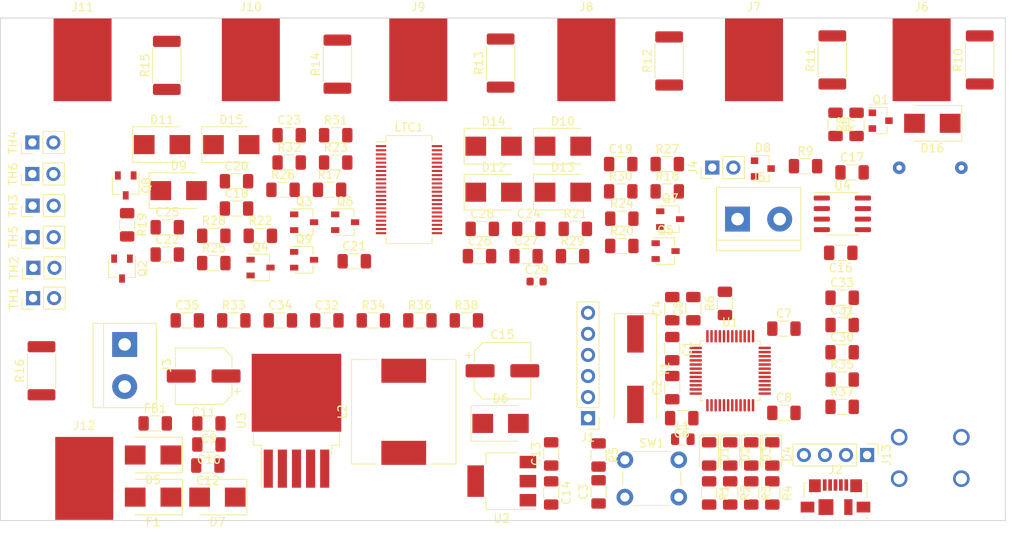
<source format=kicad_pcb>
(kicad_pcb (version 20171130) (host pcbnew "(5.1.5)-3")
  (layers (0 F.Cu signal) (31 B.Cu signal) (34 B.Paste user) (35 F.Paste user) (36 B.SilkS user) (37 F.SilkS user) (38 B.Mask user) (39 F.Mask user) (44 Edge.Cuts user))
  (net 0 "")
  (net 1 SW_GND)
  (net 2 "Net-(C1-Pad2)")
  (net 3 "Net-(C2-Pad2)")
  (net 4 SW_NRST)
  (net 5 SW_VDD)
  (net 6 "Net-(C6-Pad1)")
  (net 7 "Net-(C10-Pad1)")
  (net 8 +5V)
  (net 9 "Net-(D1-Pad1)")
  (net 10 "Net-(D1-Pad2)")
  (net 11 "Net-(D3-Pad1)")
  (net 12 CANL)
  (net 13 CANH)
  (net 14 SW_CLK)
  (net 15 SW_DIO)
  (net 16 "Net-(J1-Pad6)")
  (net 17 "Net-(U1-Pad2)")
  (net 18 "Net-(U1-Pad3)")
  (net 19 "Net-(U1-Pad4)")
  (net 20 "Net-(U1-Pad25)")
  (net 21 "Net-(U1-Pad26)")
  (net 22 "Net-(U1-Pad27)")
  (net 23 "Net-(U1-Pad28)")
  (net 24 "Net-(U1-Pad29)")
  (net 25 "Net-(U1-Pad30)")
  (net 26 "Net-(U1-Pad31)")
  (net 27 RX_Can)
  (net 28 TX_Can)
  (net 29 "Net-(U1-Pad42)")
  (net 30 "Net-(U1-Pad43)")
  (net 31 "Net-(BT1-Pad2)")
  (net 32 "Net-(BT1-Pad1)")
  (net 33 "Net-(BT2-Pad2)")
  (net 34 "Net-(BT3-Pad2)")
  (net 35 "Net-(BT4-Pad2)")
  (net 36 "Net-(C9-Pad1)")
  (net 37 +5VD)
  (net 38 "Net-(C18-Pad2)")
  (net 39 "Net-(C19-Pad2)")
  (net 40 "Net-(C20-Pad2)")
  (net 41 "Net-(C21-Pad2)")
  (net 42 "Net-(C22-Pad2)")
  (net 43 "Net-(C23-Pad2)")
  (net 44 "Net-(C24-Pad2)")
  (net 45 "Net-(C25-Pad1)")
  (net 46 "Net-(C26-Pad1)")
  (net 47 "Net-(C27-Pad1)")
  (net 48 "Net-(C28-Pad1)")
  (net 49 "Net-(C29-Pad1)")
  (net 50 Term_1)
  (net 51 Term_2)
  (net 52 Term_3)
  (net 53 Term_4)
  (net 54 Term_5)
  (net 55 Term_6)
  (net 56 "Net-(D2-Pad1)")
  (net 57 "Net-(D2-Pad2)")
  (net 58 "Net-(D3-Pad2)")
  (net 59 "Net-(D4-Pad2)")
  (net 60 "Net-(D4-Pad1)")
  (net 61 "Net-(D7-Pad1)")
  (net 62 "Net-(D9-Pad1)")
  (net 63 "Net-(D10-Pad1)")
  (net 64 "Net-(D11-Pad1)")
  (net 65 "Net-(D12-Pad1)")
  (net 66 "Net-(D13-Pad1)")
  (net 67 "Net-(D14-Pad1)")
  (net 68 "Net-(D15-Pad1)")
  (net 69 VCC)
  (net 70 "Net-(J2-Pad4)")
  (net 71 USB_DP)
  (net 72 USB_DM)
  (net 73 "Net-(J4-Pad2)")
  (net 74 "Net-(LTC1-Pad42)")
  (net 75 MISO)
  (net 76 MOSI)
  (net 77 SCK)
  (net 78 CS)
  (net 79 "Net-(LTC1-Pad33)")
  (net 80 "Net-(LTC1-Pad28)")
  (net 81 "Net-(LTC1-Pad27)")
  (net 82 "Net-(LTC1-Pad26)")
  (net 83 "Net-(LTC1-Pad25)")
  (net 84 "Net-(LTC1-Pad20)")
  (net 85 "Net-(LTC1-Pad19)")
  (net 86 "Net-(LTC1-Pad18)")
  (net 87 "Net-(LTC1-Pad2)")
  (net 88 "Net-(Q1-Pad1)")
  (net 89 "Net-(Q2-Pad3)")
  (net 90 "Net-(Q3-Pad3)")
  (net 91 "Net-(Q4-Pad3)")
  (net 92 "Net-(Q5-Pad3)")
  (net 93 "Net-(Q6-Pad3)")
  (net 94 "Net-(Q7-Pad3)")
  (net 95 "Net-(Q8-Pad3)")
  (net 96 "Net-(R6-Pad1)")
  (net 97 En_Relay)
  (net 98 "Net-(U1-Pad10)")
  (net 99 "Net-(U1-Pad11)")
  (net 100 +24V)
  (net 101 V_Out)
  (net 102 "Net-(D16-Pad2)")
  (module CellPad:CellPad (layer F.Cu) (at 123.1392 104.1654)
    (fp_text reference J12 (at 0 -6.35) (layer F.SilkS))
    (fp_text value Conn_01x01_Female)
    (pad 1 smd rect (at 0 0) (size 7 10) (layers F.Cu F.Paste F.Mask))
  )
  (module CellPad:CellPad (layer F.Cu) (at 224.1296 53.6702)
    (fp_text reference J6 (at 0 -6.35) (layer F.SilkS))
    (fp_text value Conn_01x01_Female)
    (pad 1 smd rect (at 0 0) (size 7 10) (layers F.Cu F.Paste F.Mask))
  )
  (module CellPad:CellPad (layer F.Cu) (at 203.9112 53.6702)
    (fp_text reference J7 (at 0 -6.35) (layer F.SilkS))
    (fp_text value Conn_01x01_Female)
    (pad 1 smd rect (at 0 0) (size 7 10) (layers F.Cu F.Paste F.Mask))
  )
  (module CellPad:CellPad (layer F.Cu) (at 183.6928 53.6702)
    (fp_text reference J8 (at 0 -6.35) (layer F.SilkS))
    (fp_text value Conn_01x01_Female)
    (pad 1 smd rect (at 0 0) (size 7 10) (layers F.Cu F.Paste F.Mask))
  )
  (module CellPad:CellPad (layer F.Cu) (at 163.4236 53.6702)
    (fp_text reference J9 (at 0 -6.35) (layer F.SilkS))
    (fp_text value Conn_01x01_Female)
    (pad 1 smd rect (at 0 0) (size 7 10) (layers F.Cu F.Paste F.Mask))
  )
  (module CellPad:CellPad (layer F.Cu) (at 143.2306 53.6702)
    (fp_text reference J10 (at 0 -6.35) (layer F.SilkS))
    (fp_text value Conn_01x01_Female)
    (pad 1 smd rect (at 0 0) (size 7 10) (layers F.Cu F.Paste F.Mask))
  )
  (module CellPad:CellPad (layer F.Cu) (at 122.936 53.6702)
    (fp_text reference J11 (at 0 -6.35) (layer F.SilkS))
    (fp_text value Conn_01x01_Female)
    (pad 1 smd rect (at 0 0) (size 7 10) (layers F.Cu F.Paste F.Mask))
  )
  (module Connector_PinHeader_2.54mm:PinHeader_1x02_P2.54mm_Vertical (layer F.Cu) (at 116.882 67.455 90)
    (fp_text reference TH6 (at 0 -2.33 90) (layer F.SilkS))
    (fp_text value Thermistor_PTC)
    (pad 2 thru_hole oval (at 0 2.54 90) (size 1.7 1.7) (drill 1) (layers *.Cu *.Mask) (net 50 Term_1))
    (pad 1 thru_hole rect (at 0 0 90) (size 1.7 1.7) (drill 1) (layers *.Cu *.Mask) (net 1 SW_GND))
  )
  (module Connector_PinHeader_2.54mm:PinHeader_1x02_P2.54mm_Vertical (layer F.Cu) (at 116.915 75.075 90)
    (fp_text reference TH5 (at 0 -2.33 90) (layer F.SilkS))
    (fp_text value Thermistor_PTC)
    (pad 2 thru_hole oval (at 0 2.54 90) (size 1.7 1.7) (drill 1) (layers *.Cu *.Mask) (net 51 Term_2))
    (pad 1 thru_hole rect (at 0 0 90) (size 1.7 1.7) (drill 1) (layers *.Cu *.Mask) (net 1 SW_GND))
  )
  (module Connector_PinHeader_2.54mm:PinHeader_1x02_P2.54mm_Vertical (layer F.Cu) (at 116.882 63.652 90)
    (fp_text reference TH4 (at 0 -2.33 90) (layer F.SilkS))
    (fp_text value Thermistor_PTC)
    (pad 2 thru_hole oval (at 0 2.54 90) (size 1.7 1.7) (drill 1) (layers *.Cu *.Mask) (net 52 Term_3))
    (pad 1 thru_hole rect (at 0 0 90) (size 1.7 1.7) (drill 1) (layers *.Cu *.Mask) (net 1 SW_GND))
  )
  (module Connector_PinHeader_2.54mm:PinHeader_1x02_P2.54mm_Vertical (layer F.Cu) (at 116.915 71.272 90)
    (fp_text reference TH3 (at 0 -2.33 90) (layer F.SilkS))
    (fp_text value Thermistor_PTC)
    (pad 2 thru_hole oval (at 0 2.54 90) (size 1.7 1.7) (drill 1) (layers *.Cu *.Mask) (net 53 Term_4))
    (pad 1 thru_hole rect (at 0 0 90) (size 1.7 1.7) (drill 1) (layers *.Cu *.Mask) (net 1 SW_GND))
  )
  (module Connector_PinHeader_2.54mm:PinHeader_1x02_P2.54mm_Vertical (layer F.Cu) (at 117.009 78.772 90)
    (fp_text reference TH2 (at 0 -2.33 90) (layer F.SilkS))
    (fp_text value Thermistor_PTC)
    (pad 2 thru_hole oval (at 0 2.54 90) (size 1.7 1.7) (drill 1) (layers *.Cu *.Mask) (net 54 Term_5))
    (pad 1 thru_hole rect (at 0 0 90) (size 1.7 1.7) (drill 1) (layers *.Cu *.Mask) (net 1 SW_GND))
  )
  (module Connector_PinHeader_2.54mm:PinHeader_1x02_P2.54mm_Vertical (layer F.Cu) (at 116.967 82.423 90)
    (fp_text reference TH1 (at 0 -2.33 90) (layer F.SilkS))
    (fp_text value Thermistor_PTC)
    (pad 2 thru_hole oval (at 0 2.54 90) (size 1.7 1.7) (drill 1) (layers *.Cu *.Mask) (net 55 Term_6))
    (pad 1 thru_hole rect (at 0 0 90) (size 1.7 1.7) (drill 1) (layers *.Cu *.Mask) (net 1 SW_GND))
  )
  (module Resistor_SMD:R_2512_6332Metric (layer F.Cu) (at 117.983 91.186 90)
    (fp_text reference R16 (at 0 -2.62 90) (layer F.SilkS))
    (fp_text value 30)
    (pad 2 smd roundrect (at 2.9 0 90) (size 1.35 3.35) (layers F.Cu F.Paste F.Mask) (roundrect_rratio 0.185185) (net 95 "Net-(Q8-Pad3)"))
    (pad 1 smd roundrect (at -2.9 0 90) (size 1.35 3.35) (layers F.Cu F.Paste F.Mask) (roundrect_rratio 0.185185) (net 1 SW_GND))
  )
  (module Resistor_SMD:R_2512_6332Metric (layer F.Cu) (at 133.096 54.356 90)
    (fp_text reference R15 (at 0 -2.62 90) (layer F.SilkS))
    (fp_text value 30)
    (pad 2 smd roundrect (at 2.9 0 90) (size 1.35 3.35) (layers F.Cu F.Paste F.Mask) (roundrect_rratio 0.185185) (net 94 "Net-(Q7-Pad3)"))
    (pad 1 smd roundrect (at -2.9 0 90) (size 1.35 3.35) (layers F.Cu F.Paste F.Mask) (roundrect_rratio 0.185185) (net 35 "Net-(BT4-Pad2)"))
  )
  (module Resistor_SMD:R_2512_6332Metric (layer F.Cu) (at 153.67 54.208 90)
    (fp_text reference R14 (at 0 -2.62 90) (layer F.SilkS))
    (fp_text value 30)
    (pad 2 smd roundrect (at 2.9 0 90) (size 1.35 3.35) (layers F.Cu F.Paste F.Mask) (roundrect_rratio 0.185185) (net 93 "Net-(Q6-Pad3)"))
    (pad 1 smd roundrect (at -2.9 0 90) (size 1.35 3.35) (layers F.Cu F.Paste F.Mask) (roundrect_rratio 0.185185) (net 34 "Net-(BT3-Pad2)"))
  )
  (module Resistor_SMD:R_2512_6332Metric (layer F.Cu) (at 173.355 54.081 90)
    (fp_text reference R13 (at 0 -2.62 90) (layer F.SilkS))
    (fp_text value 30)
    (pad 2 smd roundrect (at 2.9 0 90) (size 1.35 3.35) (layers F.Cu F.Paste F.Mask) (roundrect_rratio 0.185185) (net 92 "Net-(Q5-Pad3)"))
    (pad 1 smd roundrect (at -2.9 0 90) (size 1.35 3.35) (layers F.Cu F.Paste F.Mask) (roundrect_rratio 0.185185) (net 33 "Net-(BT2-Pad2)"))
  )
  (module Resistor_SMD:R_2512_6332Metric (layer F.Cu) (at 193.675 53.827 90)
    (fp_text reference R12 (at 0 -2.62 90) (layer F.SilkS))
    (fp_text value 30)
    (pad 2 smd roundrect (at 2.9 0 90) (size 1.35 3.35) (layers F.Cu F.Paste F.Mask) (roundrect_rratio 0.185185) (net 91 "Net-(Q4-Pad3)"))
    (pad 1 smd roundrect (at -2.9 0 90) (size 1.35 3.35) (layers F.Cu F.Paste F.Mask) (roundrect_rratio 0.185185) (net 31 "Net-(BT1-Pad2)"))
  )
  (module Resistor_SMD:R_2512_6332Metric (layer F.Cu) (at 213.36 53.7 90)
    (fp_text reference R11 (at 0 -2.62 90) (layer F.SilkS))
    (fp_text value 30)
    (pad 2 smd roundrect (at 2.9 0 90) (size 1.35 3.35) (layers F.Cu F.Paste F.Mask) (roundrect_rratio 0.185185) (net 90 "Net-(Q3-Pad3)"))
    (pad 1 smd roundrect (at -2.9 0 90) (size 1.35 3.35) (layers F.Cu F.Paste F.Mask) (roundrect_rratio 0.185185) (net 32 "Net-(BT1-Pad1)"))
  )
  (module Resistor_SMD:R_2512_6332Metric (layer F.Cu) (at 231.14 53.7 90)
    (fp_text reference R10 (at 0 -2.62 90) (layer F.SilkS))
    (fp_text value 30)
    (pad 2 smd roundrect (at 2.9 0 90) (size 1.35 3.35) (layers F.Cu F.Paste F.Mask) (roundrect_rratio 0.185185) (net 89 "Net-(Q2-Pad3)"))
    (pad 1 smd roundrect (at -2.9 0 90) (size 1.35 3.35) (layers F.Cu F.Paste F.Mask) (roundrect_rratio 0.185185) (net 32 "Net-(BT1-Pad1)"))
  )
  (module Connector_PinHeader_2.54mm:PinHeader_1x04_P2.54mm_Vertical (layer F.Cu) (at 217.551 101.346 270)
    (fp_text reference J13 (at 0 -2.33 90) (layer F.SilkS))
    (fp_text value Conn_01x04_Male)
    (pad 4 thru_hole oval (at 0 7.62 270) (size 1.7 1.7) (drill 1) (layers *.Cu *.Mask) (net 1 SW_GND))
    (pad 3 thru_hole oval (at 0 5.08 270) (size 1.7 1.7) (drill 1) (layers *.Cu *.Mask) (net 71 USB_DP))
    (pad 2 thru_hole oval (at 0 2.54 270) (size 1.7 1.7) (drill 1) (layers *.Cu *.Mask) (net 72 USB_DM))
    (pad 1 thru_hole rect (at 0 0 270) (size 1.7 1.7) (drill 1) (layers *.Cu *.Mask) (net 8 +5V))
  )
  (module Diode_SMD:D_SMB (layer F.Cu) (at 225.416 61.341 180)
    (fp_text reference D16 (at 0 -3) (layer F.SilkS))
    (fp_text value Prostownicza)
    (pad 2 smd rect (at 2.15 0 180) (size 2.5 2.3) (layers F.Cu F.Paste F.Mask) (net 102 "Net-(D16-Pad2)"))
    (pad 1 smd rect (at -2.15 0 180) (size 2.5 2.3) (layers F.Cu F.Paste F.Mask) (net 100 +24V))
  )
  (module RM85V7:RM85V7 (layer F.Cu) (at 225.171 84.201 90)
    (fp_text reference K1 (at 0.127 -9.9695 90) (layer F.SilkS))
    (fp_text value RM85V7)
    (pad 1 thru_hole circle (at 17.5 3.75 90) (size 1.524 1.524) (drill 0.67) (layers *.Cu *.Mask) (net 100 +24V))
    (pad 2 thru_hole circle (at 17.5 -3.75 90) (size 1.524 1.524) (drill 0.67) (layers *.Cu *.Mask) (net 102 "Net-(D16-Pad2)"))
    (pad 3 thru_hole circle (at -15 3.75 90) (size 2 2) (drill 1.37) (layers *.Cu *.Mask) (net 100 +24V))
    (pad 4 thru_hole circle (at -15 -3.75 90) (size 2 2) (drill 1.37) (layers *.Cu *.Mask) (net 101 V_Out))
    (pad 5 thru_hole circle (at -20 3.75 90) (size 2 2) (drill 1.37) (layers *.Cu *.Mask))
    (pad 6 thru_hole circle (at -20 -3.75 90) (size 2 2) (drill 1.37) (layers *.Cu *.Mask))
  )
  (module Crystal:Crystal_SMD_HC49-SD (layer F.Cu) (at 189.611 90.991 270)
    (fp_text reference Y1 (at 0 -3.55 90) (layer F.SilkS))
    (fp_text value Crystal)
    (pad 2 smd rect (at 4.25 0 270) (size 4.5 2) (layers F.Cu F.Paste F.Mask) (net 3 "Net-(C2-Pad2)"))
    (pad 1 smd rect (at -4.25 0 270) (size 4.5 2) (layers F.Cu F.Paste F.Mask) (net 2 "Net-(C1-Pad2)"))
  )
  (module Package_SO:SOIC-8_3.9x4.9mm_P1.27mm (layer F.Cu) (at 214.568 72.263)
    (fp_text reference U4 (at 0 -3.4) (layer F.SilkS))
    (fp_text value MCP2562-H-SN)
    (pad 8 smd roundrect (at 2.475 -1.905) (size 1.95 0.6) (layers F.Cu F.Paste F.Mask) (net 1 SW_GND))
    (pad 7 smd roundrect (at 2.475 -0.635) (size 1.95 0.6) (layers F.Cu F.Paste F.Mask) (net 13 CANH))
    (pad 6 smd roundrect (at 2.475 0.635) (size 1.95 0.6) (layers F.Cu F.Paste F.Mask) (net 12 CANL))
    (pad 5 smd roundrect (at 2.475 1.905) (size 1.95 0.6) (layers F.Cu F.Paste F.Mask) (net 5 SW_VDD))
    (pad 4 smd roundrect (at -2.475 1.905) (size 1.95 0.6) (layers F.Cu F.Paste F.Mask) (net 27 RX_Can))
    (pad 3 smd roundrect (at -2.475 0.635) (size 1.95 0.6) (layers F.Cu F.Paste F.Mask) (net 8 +5V))
    (pad 2 smd roundrect (at -2.475 -0.635) (size 1.95 0.6) (layers F.Cu F.Paste F.Mask) (net 1 SW_GND))
    (pad 1 smd roundrect (at -2.475 -1.905) (size 1.95 0.6) (layers F.Cu F.Paste F.Mask) (net 28 TX_Can))
  )
  (module Package_TO_SOT_SMD:TO-263-5_TabPin3 (layer F.Cu) (at 148.736 97.216 90)
    (fp_text reference U3 (at 0 -6.65 90) (layer F.SilkS))
    (fp_text value LM2596S-5)
    (pad 3 smd rect (at 3.375 0 90) (size 9.4 10.8) (layers F.Cu F.Mask) (net 1 SW_GND))
    (pad 5 smd rect (at -5.775 3.4 90) (size 4.6 1.1) (layers F.Cu F.Paste F.Mask) (net 1 SW_GND))
    (pad 4 smd rect (at -5.775 1.7 90) (size 4.6 1.1) (layers F.Cu F.Paste F.Mask) (net 37 +5VD))
    (pad 3 smd rect (at -5.775 0 90) (size 4.6 1.1) (layers F.Cu F.Paste F.Mask) (net 1 SW_GND))
    (pad 2 smd rect (at -5.775 -1.7 90) (size 4.6 1.1) (layers F.Cu F.Paste F.Mask) (net 61 "Net-(D7-Pad1)"))
    (pad 1 smd rect (at -5.775 -3.4 90) (size 4.6 1.1) (layers F.Cu F.Paste F.Mask) (net 7 "Net-(C10-Pad1)"))
  )
  (module Package_TO_SOT_SMD:SOT-223 (layer F.Cu) (at 173.496 104.496 180)
    (fp_text reference U2 (at 0 -4.5) (layer F.SilkS))
    (fp_text value LM1117-3.3)
    (pad 1 smd rect (at -3.15 -2.3 180) (size 2 1.5) (layers F.Cu F.Paste F.Mask) (net 1 SW_GND))
    (pad 3 smd rect (at -3.15 2.3 180) (size 2 1.5) (layers F.Cu F.Paste F.Mask) (net 8 +5V))
    (pad 2 smd rect (at -3.15 0 180) (size 2 1.5) (layers F.Cu F.Paste F.Mask) (net 5 SW_VDD))
    (pad 4 smd rect (at 3.15 0 180) (size 2 3.8) (layers F.Cu F.Paste F.Mask))
  )
  (module Package_QFP:LQFP-48_7x7mm_P0.5mm (layer F.Cu) (at 201.041 91.186)
    (fp_text reference U1 (at 0 -5.85) (layer F.SilkS))
    (fp_text value STM32F103C8Tx)
    (pad 48 smd roundrect (at -2.75 -4.1625) (size 0.3 1.475) (layers F.Cu F.Paste F.Mask) (net 5 SW_VDD))
    (pad 47 smd roundrect (at -2.25 -4.1625) (size 0.3 1.475) (layers F.Cu F.Paste F.Mask) (net 1 SW_GND))
    (pad 46 smd roundrect (at -1.75 -4.1625) (size 0.3 1.475) (layers F.Cu F.Paste F.Mask) (net 28 TX_Can))
    (pad 45 smd roundrect (at -1.25 -4.1625) (size 0.3 1.475) (layers F.Cu F.Paste F.Mask) (net 27 RX_Can))
    (pad 44 smd roundrect (at -0.75 -4.1625) (size 0.3 1.475) (layers F.Cu F.Paste F.Mask) (net 96 "Net-(R6-Pad1)"))
    (pad 43 smd roundrect (at -0.25 -4.1625) (size 0.3 1.475) (layers F.Cu F.Paste F.Mask) (net 30 "Net-(U1-Pad43)"))
    (pad 42 smd roundrect (at 0.25 -4.1625) (size 0.3 1.475) (layers F.Cu F.Paste F.Mask) (net 29 "Net-(U1-Pad42)"))
    (pad 41 smd roundrect (at 0.75 -4.1625) (size 0.3 1.475) (layers F.Cu F.Paste F.Mask) (net 76 MOSI))
    (pad 40 smd roundrect (at 1.25 -4.1625) (size 0.3 1.475) (layers F.Cu F.Paste F.Mask) (net 75 MISO))
    (pad 39 smd roundrect (at 1.75 -4.1625) (size 0.3 1.475) (layers F.Cu F.Paste F.Mask) (net 77 SCK))
    (pad 38 smd roundrect (at 2.25 -4.1625) (size 0.3 1.475) (layers F.Cu F.Paste F.Mask) (net 78 CS))
    (pad 37 smd roundrect (at 2.75 -4.1625) (size 0.3 1.475) (layers F.Cu F.Paste F.Mask) (net 14 SW_CLK))
    (pad 36 smd roundrect (at 4.1625 -2.75) (size 1.475 0.3) (layers F.Cu F.Paste F.Mask) (net 5 SW_VDD))
    (pad 35 smd roundrect (at 4.1625 -2.25) (size 1.475 0.3) (layers F.Cu F.Paste F.Mask) (net 1 SW_GND))
    (pad 34 smd roundrect (at 4.1625 -1.75) (size 1.475 0.3) (layers F.Cu F.Paste F.Mask) (net 15 SW_DIO))
    (pad 33 smd roundrect (at 4.1625 -1.25) (size 1.475 0.3) (layers F.Cu F.Paste F.Mask) (net 71 USB_DP))
    (pad 32 smd roundrect (at 4.1625 -0.75) (size 1.475 0.3) (layers F.Cu F.Paste F.Mask) (net 72 USB_DM))
    (pad 31 smd roundrect (at 4.1625 -0.25) (size 1.475 0.3) (layers F.Cu F.Paste F.Mask) (net 26 "Net-(U1-Pad31)"))
    (pad 30 smd roundrect (at 4.1625 0.25) (size 1.475 0.3) (layers F.Cu F.Paste F.Mask) (net 25 "Net-(U1-Pad30)"))
    (pad 29 smd roundrect (at 4.1625 0.75) (size 1.475 0.3) (layers F.Cu F.Paste F.Mask) (net 24 "Net-(U1-Pad29)"))
    (pad 28 smd roundrect (at 4.1625 1.25) (size 1.475 0.3) (layers F.Cu F.Paste F.Mask) (net 23 "Net-(U1-Pad28)"))
    (pad 27 smd roundrect (at 4.1625 1.75) (size 1.475 0.3) (layers F.Cu F.Paste F.Mask) (net 22 "Net-(U1-Pad27)"))
    (pad 26 smd roundrect (at 4.1625 2.25) (size 1.475 0.3) (layers F.Cu F.Paste F.Mask) (net 21 "Net-(U1-Pad26)"))
    (pad 25 smd roundrect (at 4.1625 2.75) (size 1.475 0.3) (layers F.Cu F.Paste F.Mask) (net 20 "Net-(U1-Pad25)"))
    (pad 24 smd roundrect (at 2.75 4.1625) (size 0.3 1.475) (layers F.Cu F.Paste F.Mask) (net 5 SW_VDD))
    (pad 23 smd roundrect (at 2.25 4.1625) (size 0.3 1.475) (layers F.Cu F.Paste F.Mask) (net 1 SW_GND))
    (pad 22 smd roundrect (at 1.75 4.1625) (size 0.3 1.475) (layers F.Cu F.Paste F.Mask) (net 60 "Net-(D4-Pad1)"))
    (pad 21 smd roundrect (at 1.25 4.1625) (size 0.3 1.475) (layers F.Cu F.Paste F.Mask) (net 11 "Net-(D3-Pad1)"))
    (pad 20 smd roundrect (at 0.75 4.1625) (size 0.3 1.475) (layers F.Cu F.Paste F.Mask) (net 56 "Net-(D2-Pad1)"))
    (pad 19 smd roundrect (at 0.25 4.1625) (size 0.3 1.475) (layers F.Cu F.Paste F.Mask) (net 9 "Net-(D1-Pad1)"))
    (pad 18 smd roundrect (at -0.25 4.1625) (size 0.3 1.475) (layers F.Cu F.Paste F.Mask) (net 55 Term_6))
    (pad 17 smd roundrect (at -0.75 4.1625) (size 0.3 1.475) (layers F.Cu F.Paste F.Mask) (net 54 Term_5))
    (pad 16 smd roundrect (at -1.25 4.1625) (size 0.3 1.475) (layers F.Cu F.Paste F.Mask) (net 53 Term_4))
    (pad 15 smd roundrect (at -1.75 4.1625) (size 0.3 1.475) (layers F.Cu F.Paste F.Mask) (net 52 Term_3))
    (pad 14 smd roundrect (at -2.25 4.1625) (size 0.3 1.475) (layers F.Cu F.Paste F.Mask) (net 51 Term_2))
    (pad 13 smd roundrect (at -2.75 4.1625) (size 0.3 1.475) (layers F.Cu F.Paste F.Mask) (net 50 Term_1))
    (pad 12 smd roundrect (at -4.1625 2.75) (size 1.475 0.3) (layers F.Cu F.Paste F.Mask) (net 97 En_Relay))
    (pad 11 smd roundrect (at -4.1625 2.25) (size 1.475 0.3) (layers F.Cu F.Paste F.Mask) (net 99 "Net-(U1-Pad11)"))
    (pad 10 smd roundrect (at -4.1625 1.75) (size 1.475 0.3) (layers F.Cu F.Paste F.Mask) (net 98 "Net-(U1-Pad10)"))
    (pad 9 smd roundrect (at -4.1625 1.25) (size 1.475 0.3) (layers F.Cu F.Paste F.Mask) (net 6 "Net-(C6-Pad1)"))
    (pad 8 smd roundrect (at -4.1625 0.75) (size 1.475 0.3) (layers F.Cu F.Paste F.Mask) (net 1 SW_GND))
    (pad 7 smd roundrect (at -4.1625 0.25) (size 1.475 0.3) (layers F.Cu F.Paste F.Mask) (net 4 SW_NRST))
    (pad 6 smd roundrect (at -4.1625 -0.25) (size 1.475 0.3) (layers F.Cu F.Paste F.Mask) (net 3 "Net-(C2-Pad2)"))
    (pad 5 smd roundrect (at -4.1625 -0.75) (size 1.475 0.3) (layers F.Cu F.Paste F.Mask) (net 2 "Net-(C1-Pad2)"))
    (pad 4 smd roundrect (at -4.1625 -1.25) (size 1.475 0.3) (layers F.Cu F.Paste F.Mask) (net 19 "Net-(U1-Pad4)"))
    (pad 3 smd roundrect (at -4.1625 -1.75) (size 1.475 0.3) (layers F.Cu F.Paste F.Mask) (net 18 "Net-(U1-Pad3)"))
    (pad 2 smd roundrect (at -4.1625 -2.25) (size 1.475 0.3) (layers F.Cu F.Paste F.Mask) (net 17 "Net-(U1-Pad2)"))
    (pad 1 smd roundrect (at -4.1625 -2.75) (size 1.475 0.3) (layers F.Cu F.Paste F.Mask) (net 5 SW_VDD))
  )
  (module Button_Switch_THT:SW_PUSH_6mm (layer F.Cu) (at 188.341 101.926)
    (fp_text reference SW1 (at 3.25 -2) (layer F.SilkS))
    (fp_text value SW_Push)
    (pad 1 thru_hole circle (at 6.5 0 90) (size 2 2) (drill 1.1) (layers *.Cu *.Mask) (net 4 SW_NRST))
    (pad 2 thru_hole circle (at 6.5 4.5 90) (size 2 2) (drill 1.1) (layers *.Cu *.Mask) (net 1 SW_GND))
    (pad 1 thru_hole circle (at 0 0 90) (size 2 2) (drill 1.1) (layers *.Cu *.Mask) (net 4 SW_NRST))
    (pad 2 thru_hole circle (at 0 4.5 90) (size 2 2) (drill 1.1) (layers *.Cu *.Mask) (net 1 SW_GND))
  )
  (module Resistor_SMD:R_1206_3216Metric (layer F.Cu) (at 169.229 85.112)
    (fp_text reference R38 (at 0 -1.82) (layer F.SilkS))
    (fp_text value 10K)
    (pad 2 smd roundrect (at 1.4 0) (size 1.25 1.75) (layers F.Cu F.Paste F.Mask) (roundrect_rratio 0.2) (net 5 SW_VDD))
    (pad 1 smd roundrect (at -1.4 0) (size 1.25 1.75) (layers F.Cu F.Paste F.Mask) (roundrect_rratio 0.2) (net 50 Term_1))
  )
  (module Resistor_SMD:R_1206_3216Metric (layer F.Cu) (at 214.542 95.539)
    (fp_text reference R37 (at 0 -1.82) (layer F.SilkS))
    (fp_text value 10K)
    (pad 2 smd roundrect (at 1.4 0) (size 1.25 1.75) (layers F.Cu F.Paste F.Mask) (roundrect_rratio 0.2) (net 5 SW_VDD))
    (pad 1 smd roundrect (at -1.4 0) (size 1.25 1.75) (layers F.Cu F.Paste F.Mask) (roundrect_rratio 0.2) (net 51 Term_2))
  )
  (module Resistor_SMD:R_1206_3216Metric (layer F.Cu) (at 163.619 85.112)
    (fp_text reference R36 (at 0 -1.82) (layer F.SilkS))
    (fp_text value 10K)
    (pad 2 smd roundrect (at 1.4 0) (size 1.25 1.75) (layers F.Cu F.Paste F.Mask) (roundrect_rratio 0.2) (net 5 SW_VDD))
    (pad 1 smd roundrect (at -1.4 0) (size 1.25 1.75) (layers F.Cu F.Paste F.Mask) (roundrect_rratio 0.2) (net 52 Term_3))
  )
  (module Resistor_SMD:R_1206_3216Metric (layer F.Cu) (at 214.542 92.249)
    (fp_text reference R35 (at 0 -1.82) (layer F.SilkS))
    (fp_text value 10K)
    (pad 2 smd roundrect (at 1.4 0) (size 1.25 1.75) (layers F.Cu F.Paste F.Mask) (roundrect_rratio 0.2) (net 5 SW_VDD))
    (pad 1 smd roundrect (at -1.4 0) (size 1.25 1.75) (layers F.Cu F.Paste F.Mask) (roundrect_rratio 0.2) (net 53 Term_4))
  )
  (module Resistor_SMD:R_1206_3216Metric (layer F.Cu) (at 158.009 85.112)
    (fp_text reference R34 (at 0 -1.82) (layer F.SilkS))
    (fp_text value 10K)
    (pad 2 smd roundrect (at 1.4 0) (size 1.25 1.75) (layers F.Cu F.Paste F.Mask) (roundrect_rratio 0.2) (net 5 SW_VDD))
    (pad 1 smd roundrect (at -1.4 0) (size 1.25 1.75) (layers F.Cu F.Paste F.Mask) (roundrect_rratio 0.2) (net 54 Term_5))
  )
  (module Resistor_SMD:R_1206_3216Metric (layer F.Cu) (at 141.179 85.112)
    (fp_text reference R33 (at 0 -1.82) (layer F.SilkS))
    (fp_text value 10K)
    (pad 2 smd roundrect (at 1.4 0) (size 1.25 1.75) (layers F.Cu F.Paste F.Mask) (roundrect_rratio 0.2) (net 5 SW_VDD))
    (pad 1 smd roundrect (at -1.4 0) (size 1.25 1.75) (layers F.Cu F.Paste F.Mask) (roundrect_rratio 0.2) (net 55 Term_6))
  )
  (module Resistor_SMD:R_1206_3216Metric (layer F.Cu) (at 147.853 66.07)
    (fp_text reference R32 (at 0 -1.82) (layer F.SilkS))
    (fp_text value 100)
    (pad 2 smd roundrect (at 1.4 0) (size 1.25 1.75) (layers F.Cu F.Paste F.Mask) (roundrect_rratio 0.2) (net 49 "Net-(C29-Pad1)"))
    (pad 1 smd roundrect (at -1.4 0) (size 1.25 1.75) (layers F.Cu F.Paste F.Mask) (roundrect_rratio 0.2) (net 32 "Net-(BT1-Pad1)"))
  )
  (module Resistor_SMD:R_1206_3216Metric (layer F.Cu) (at 153.463 62.78)
    (fp_text reference R31 (at 0 -1.82) (layer F.SilkS))
    (fp_text value 100)
    (pad 2 smd roundrect (at 1.4 0) (size 1.25 1.75) (layers F.Cu F.Paste F.Mask) (roundrect_rratio 0.2) (net 32 "Net-(BT1-Pad1)"))
    (pad 1 smd roundrect (at -1.4 0) (size 1.25 1.75) (layers F.Cu F.Paste F.Mask) (roundrect_rratio 0.2) (net 45 "Net-(C25-Pad1)"))
  )
  (module Resistor_SMD:R_1206_3216Metric (layer F.Cu) (at 187.84 69.553)
    (fp_text reference R30 (at 0 -1.82) (layer F.SilkS))
    (fp_text value 100)
    (pad 2 smd roundrect (at 1.4 0) (size 1.25 1.75) (layers F.Cu F.Paste F.Mask) (roundrect_rratio 0.2) (net 44 "Net-(C24-Pad2)"))
    (pad 1 smd roundrect (at -1.4 0) (size 1.25 1.75) (layers F.Cu F.Paste F.Mask) (roundrect_rratio 0.2) (net 32 "Net-(BT1-Pad1)"))
  )
  (module Resistor_SMD:R_1206_3216Metric (layer F.Cu) (at 182.03 77.363)
    (fp_text reference R29 (at 0 -1.82) (layer F.SilkS))
    (fp_text value 100)
    (pad 2 smd roundrect (at 1.4 0) (size 1.25 1.75) (layers F.Cu F.Paste F.Mask) (roundrect_rratio 0.2) (net 43 "Net-(C23-Pad2)"))
    (pad 1 smd roundrect (at -1.4 0) (size 1.25 1.75) (layers F.Cu F.Paste F.Mask) (roundrect_rratio 0.2) (net 1 SW_GND))
  )
  (module Resistor_SMD:R_1206_3216Metric (layer F.Cu) (at 138.763 74.91)
    (fp_text reference R28 (at 0 -1.82) (layer F.SilkS))
    (fp_text value 100)
    (pad 2 smd roundrect (at 1.4 0) (size 1.25 1.75) (layers F.Cu F.Paste F.Mask) (roundrect_rratio 0.2) (net 42 "Net-(C22-Pad2)"))
    (pad 1 smd roundrect (at -1.4 0) (size 1.25 1.75) (layers F.Cu F.Paste F.Mask) (roundrect_rratio 0.2) (net 1 SW_GND))
  )
  (module Resistor_SMD:R_1206_3216Metric (layer F.Cu) (at 193.45 66.263)
    (fp_text reference R27 (at 0 -1.82) (layer F.SilkS))
    (fp_text value 100)
    (pad 2 smd roundrect (at 1.4 0) (size 1.25 1.75) (layers F.Cu F.Paste F.Mask) (roundrect_rratio 0.2) (net 41 "Net-(C21-Pad2)"))
    (pad 1 smd roundrect (at -1.4 0) (size 1.25 1.75) (layers F.Cu F.Paste F.Mask) (roundrect_rratio 0.2) (net 35 "Net-(BT4-Pad2)"))
  )
  (module Resistor_SMD:R_1206_3216Metric (layer F.Cu) (at 147.113 69.36)
    (fp_text reference R26 (at 0 -1.82) (layer F.SilkS))
    (fp_text value 100)
    (pad 2 smd roundrect (at 1.4 0) (size 1.25 1.75) (layers F.Cu F.Paste F.Mask) (roundrect_rratio 0.2) (net 40 "Net-(C20-Pad2)"))
    (pad 1 smd roundrect (at -1.4 0) (size 1.25 1.75) (layers F.Cu F.Paste F.Mask) (roundrect_rratio 0.2) (net 34 "Net-(BT3-Pad2)"))
  )
  (module Resistor_SMD:R_1206_3216Metric (layer F.Cu) (at 138.763 78.2)
    (fp_text reference R25 (at 0 -1.82) (layer F.SilkS))
    (fp_text value 100)
    (pad 2 smd roundrect (at 1.4 0) (size 1.25 1.75) (layers F.Cu F.Paste F.Mask) (roundrect_rratio 0.2) (net 39 "Net-(C19-Pad2)"))
    (pad 1 smd roundrect (at -1.4 0) (size 1.25 1.75) (layers F.Cu F.Paste F.Mask) (roundrect_rratio 0.2) (net 33 "Net-(BT2-Pad2)"))
  )
  (module Resistor_SMD:R_1206_3216Metric (layer F.Cu) (at 187.97 72.843)
    (fp_text reference R24 (at 0 -1.82) (layer F.SilkS))
    (fp_text value 100)
    (pad 2 smd roundrect (at 1.4 0) (size 1.25 1.75) (layers F.Cu F.Paste F.Mask) (roundrect_rratio 0.2) (net 38 "Net-(C18-Pad2)"))
    (pad 1 smd roundrect (at -1.4 0) (size 1.25 1.75) (layers F.Cu F.Paste F.Mask) (roundrect_rratio 0.2) (net 31 "Net-(BT1-Pad2)"))
  )
  (module Resistor_SMD:R_1206_3216Metric (layer F.Cu) (at 153.463 66.07)
    (fp_text reference R23 (at 0 -1.82) (layer F.SilkS))
    (fp_text value 1k)
    (pad 2 smd roundrect (at 1.4 0) (size 1.25 1.75) (layers F.Cu F.Paste F.Mask) (roundrect_rratio 0.2) (net 1 SW_GND))
    (pad 1 smd roundrect (at -1.4 0) (size 1.25 1.75) (layers F.Cu F.Paste F.Mask) (roundrect_rratio 0.2) (net 68 "Net-(D15-Pad1)"))
  )
  (module Resistor_SMD:R_1206_3216Metric (layer F.Cu) (at 144.373 74.91)
    (fp_text reference R22 (at 0 -1.82) (layer F.SilkS))
    (fp_text value 1k)
    (pad 2 smd roundrect (at 1.4 0) (size 1.25 1.75) (layers F.Cu F.Paste F.Mask) (roundrect_rratio 0.2) (net 1 SW_GND))
    (pad 1 smd roundrect (at -1.4 0) (size 1.25 1.75) (layers F.Cu F.Paste F.Mask) (roundrect_rratio 0.2) (net 67 "Net-(D14-Pad1)"))
  )
  (module Resistor_SMD:R_1206_3216Metric (layer F.Cu) (at 182.36 74.073)
    (fp_text reference R21 (at 0 -1.82) (layer F.SilkS))
    (fp_text value 1k)
    (pad 2 smd roundrect (at 1.4 0) (size 1.25 1.75) (layers F.Cu F.Paste F.Mask) (roundrect_rratio 0.2) (net 35 "Net-(BT4-Pad2)"))
    (pad 1 smd roundrect (at -1.4 0) (size 1.25 1.75) (layers F.Cu F.Paste F.Mask) (roundrect_rratio 0.2) (net 66 "Net-(D13-Pad1)"))
  )
  (module Resistor_SMD:R_1206_3216Metric (layer F.Cu) (at 187.97 76.133)
    (fp_text reference R20 (at 0 -1.82) (layer F.SilkS))
    (fp_text value 1k)
    (pad 2 smd roundrect (at 1.4 0) (size 1.25 1.75) (layers F.Cu F.Paste F.Mask) (roundrect_rratio 0.2) (net 34 "Net-(BT3-Pad2)"))
    (pad 1 smd roundrect (at -1.4 0) (size 1.25 1.75) (layers F.Cu F.Paste F.Mask) (roundrect_rratio 0.2) (net 65 "Net-(D12-Pad1)"))
  )
  (module Resistor_SMD:R_1206_3216Metric (layer F.Cu) (at 128.314 73.584 270)
    (fp_text reference R19 (at 0 -1.82 90) (layer F.SilkS))
    (fp_text value 1k)
    (pad 2 smd roundrect (at 1.4 0 270) (size 1.25 1.75) (layers F.Cu F.Paste F.Mask) (roundrect_rratio 0.2) (net 33 "Net-(BT2-Pad2)"))
    (pad 1 smd roundrect (at -1.4 0 270) (size 1.25 1.75) (layers F.Cu F.Paste F.Mask) (roundrect_rratio 0.2) (net 64 "Net-(D11-Pad1)"))
  )
  (module Resistor_SMD:R_1206_3216Metric (layer F.Cu) (at 193.45 69.553)
    (fp_text reference R18 (at 0 -1.82) (layer F.SilkS))
    (fp_text value 1k)
    (pad 2 smd roundrect (at 1.4 0) (size 1.25 1.75) (layers F.Cu F.Paste F.Mask) (roundrect_rratio 0.2) (net 31 "Net-(BT1-Pad2)"))
    (pad 1 smd roundrect (at -1.4 0) (size 1.25 1.75) (layers F.Cu F.Paste F.Mask) (roundrect_rratio 0.2) (net 63 "Net-(D10-Pad1)"))
  )
  (module Resistor_SMD:R_1206_3216Metric (layer F.Cu) (at 152.723 69.36)
    (fp_text reference R17 (at 0 -1.82) (layer F.SilkS))
    (fp_text value 1k)
    (pad 2 smd roundrect (at 1.4 0) (size 1.25 1.75) (layers F.Cu F.Paste F.Mask) (roundrect_rratio 0.2) (net 32 "Net-(BT1-Pad1)"))
    (pad 1 smd roundrect (at -1.4 0) (size 1.25 1.75) (layers F.Cu F.Paste F.Mask) (roundrect_rratio 0.2) (net 62 "Net-(D9-Pad1)"))
  )
  (module Resistor_SMD:R_1206_3216Metric (layer F.Cu) (at 210.128 66.514)
    (fp_text reference R9 (at 0 -1.82) (layer F.SilkS))
    (fp_text value 120)
    (pad 2 smd roundrect (at 1.4 0) (size 1.25 1.75) (layers F.Cu F.Paste F.Mask) (roundrect_rratio 0.2) (net 73 "Net-(J4-Pad2)"))
    (pad 1 smd roundrect (at -1.4 0) (size 1.25 1.75) (layers F.Cu F.Paste F.Mask) (roundrect_rratio 0.2) (net 13 CANH))
  )
  (module Resistor_SMD:R_1206_3216Metric (layer F.Cu) (at 216.281 61.471 90)
    (fp_text reference R8 (at 0 -1.82 90) (layer F.SilkS))
    (fp_text value 10K)
    (pad 2 smd roundrect (at 1.4 0 90) (size 1.25 1.75) (layers F.Cu F.Paste F.Mask) (roundrect_rratio 0.2) (net 88 "Net-(Q1-Pad1)"))
    (pad 1 smd roundrect (at -1.4 0 90) (size 1.25 1.75) (layers F.Cu F.Paste F.Mask) (roundrect_rratio 0.2) (net 1 SW_GND))
  )
  (module Resistor_SMD:R_1206_3216Metric (layer F.Cu) (at 213.741 61.471 270)
    (fp_text reference R7 (at 0 -1.82 90) (layer F.SilkS))
    (fp_text value 100)
    (pad 2 smd roundrect (at 1.4 0 270) (size 1.25 1.75) (layers F.Cu F.Paste F.Mask) (roundrect_rratio 0.2) (net 97 En_Relay))
    (pad 1 smd roundrect (at -1.4 0 270) (size 1.25 1.75) (layers F.Cu F.Paste F.Mask) (roundrect_rratio 0.2) (net 88 "Net-(Q1-Pad1)"))
  )
  (module Resistor_SMD:R_1206_3216Metric (layer F.Cu) (at 200.406 83.061 90)
    (fp_text reference R6 (at 0 -1.82 90) (layer F.SilkS))
    (fp_text value 100K)
    (pad 2 smd roundrect (at 1.4 0 90) (size 1.25 1.75) (layers F.Cu F.Paste F.Mask) (roundrect_rratio 0.2) (net 1 SW_GND))
    (pad 1 smd roundrect (at -1.4 0 90) (size 1.25 1.75) (layers F.Cu F.Paste F.Mask) (roundrect_rratio 0.2) (net 96 "Net-(R6-Pad1)"))
  )
  (module Resistor_SMD:R_1206_3216Metric (layer F.Cu) (at 185.166 101.346 270)
    (fp_text reference R5 (at 0 -1.82 90) (layer F.SilkS))
    (fp_text value 100K)
    (pad 2 smd roundrect (at 1.4 0 270) (size 1.25 1.75) (layers F.Cu F.Paste F.Mask) (roundrect_rratio 0.2) (net 4 SW_NRST))
    (pad 1 smd roundrect (at -1.4 0 270) (size 1.25 1.75) (layers F.Cu F.Paste F.Mask) (roundrect_rratio 0.2) (net 5 SW_VDD))
  )
  (module Resistor_SMD:R_1206_3216Metric (layer F.Cu) (at 206.121 105.921 270)
    (fp_text reference R4 (at 0 -1.82 90) (layer F.SilkS))
    (fp_text value 1K)
    (pad 2 smd roundrect (at 1.4 0 270) (size 1.25 1.75) (layers F.Cu F.Paste F.Mask) (roundrect_rratio 0.2) (net 5 SW_VDD))
    (pad 1 smd roundrect (at -1.4 0 270) (size 1.25 1.75) (layers F.Cu F.Paste F.Mask) (roundrect_rratio 0.2) (net 59 "Net-(D4-Pad2)"))
  )
  (module Resistor_SMD:R_1206_3216Metric (layer F.Cu) (at 203.581 105.921 270)
    (fp_text reference R3 (at 0 -1.82 90) (layer F.SilkS))
    (fp_text value 1K)
    (pad 2 smd roundrect (at 1.4 0 270) (size 1.25 1.75) (layers F.Cu F.Paste F.Mask) (roundrect_rratio 0.2) (net 5 SW_VDD))
    (pad 1 smd roundrect (at -1.4 0 270) (size 1.25 1.75) (layers F.Cu F.Paste F.Mask) (roundrect_rratio 0.2) (net 58 "Net-(D3-Pad2)"))
  )
  (module Resistor_SMD:R_1206_3216Metric (layer F.Cu) (at 201.041 105.921 270)
    (fp_text reference R2 (at 0 -1.82 90) (layer F.SilkS))
    (fp_text value 1K)
    (pad 2 smd roundrect (at 1.4 0 270) (size 1.25 1.75) (layers F.Cu F.Paste F.Mask) (roundrect_rratio 0.2) (net 5 SW_VDD))
    (pad 1 smd roundrect (at -1.4 0 270) (size 1.25 1.75) (layers F.Cu F.Paste F.Mask) (roundrect_rratio 0.2) (net 57 "Net-(D2-Pad2)"))
  )
  (module Resistor_SMD:R_1206_3216Metric (layer F.Cu) (at 198.501 105.921 270)
    (fp_text reference R1 (at 0 -1.82 90) (layer F.SilkS))
    (fp_text value 1K)
    (pad 2 smd roundrect (at 1.4 0 270) (size 1.25 1.75) (layers F.Cu F.Paste F.Mask) (roundrect_rratio 0.2) (net 5 SW_VDD))
    (pad 1 smd roundrect (at -1.4 0 270) (size 1.25 1.75) (layers F.Cu F.Paste F.Mask) (roundrect_rratio 0.2) (net 10 "Net-(D1-Pad2)"))
  )
  (module Package_TO_SOT_SMD:SOT-23W (layer F.Cu) (at 149.653 77.8)
    (fp_text reference Q9 (at 0 -2.5) (layer F.SilkS))
    (fp_text value Q_NPN_BCE)
    (pad 3 smd rect (at 1.2 0) (size 1 0.7) (layers F.Cu F.Paste F.Mask) (net 48 "Net-(C28-Pad1)"))
    (pad 2 smd rect (at -1.2 0.95) (size 1 0.7) (layers F.Cu F.Paste F.Mask) (net 49 "Net-(C29-Pad1)"))
    (pad 1 smd rect (at -1.2 -0.95) (size 1 0.7) (layers F.Cu F.Paste F.Mask) (net 79 "Net-(LTC1-Pad33)"))
  )
  (module Package_TO_SOT_SMD:SOT-23W (layer F.Cu) (at 128.143 68.834 270)
    (fp_text reference Q8 (at 0 -2.5 90) (layer F.SilkS))
    (fp_text value Q_PMOS_GSD)
    (pad 3 smd rect (at 1.2 0 270) (size 1 0.7) (layers F.Cu F.Paste F.Mask) (net 95 "Net-(Q8-Pad3)"))
    (pad 2 smd rect (at -1.2 0.95 270) (size 1 0.7) (layers F.Cu F.Paste F.Mask) (net 1 SW_GND))
    (pad 1 smd rect (at -1.2 -0.95 270) (size 1 0.7) (layers F.Cu F.Paste F.Mask) (net 68 "Net-(D15-Pad1)"))
  )
  (module Package_TO_SOT_SMD:SOT-23W (layer F.Cu) (at 193.802 72.898)
    (fp_text reference Q7 (at 0 -2.5) (layer F.SilkS))
    (fp_text value Q_PMOS_GSD)
    (pad 3 smd rect (at 1.2 0) (size 1 0.7) (layers F.Cu F.Paste F.Mask) (net 94 "Net-(Q7-Pad3)"))
    (pad 2 smd rect (at -1.2 0.95) (size 1 0.7) (layers F.Cu F.Paste F.Mask) (net 1 SW_GND))
    (pad 1 smd rect (at -1.2 -0.95) (size 1 0.7) (layers F.Cu F.Paste F.Mask) (net 67 "Net-(D14-Pad1)"))
  )
  (module Package_TO_SOT_SMD:SOT-23W (layer F.Cu) (at 154.603 73.27)
    (fp_text reference Q6 (at 0 -2.5) (layer F.SilkS))
    (fp_text value Q_PMOS_GSD)
    (pad 3 smd rect (at 1.2 0) (size 1 0.7) (layers F.Cu F.Paste F.Mask) (net 93 "Net-(Q6-Pad3)"))
    (pad 2 smd rect (at -1.2 0.95) (size 1 0.7) (layers F.Cu F.Paste F.Mask) (net 35 "Net-(BT4-Pad2)"))
    (pad 1 smd rect (at -1.2 -0.95) (size 1 0.7) (layers F.Cu F.Paste F.Mask) (net 66 "Net-(D13-Pad1)"))
  )
  (module Package_TO_SOT_SMD:SOT-23W (layer F.Cu) (at 193.25 76.753)
    (fp_text reference Q5 (at 0 -2.5) (layer F.SilkS))
    (fp_text value Q_PMOS_GSD)
    (pad 3 smd rect (at 1.2 0) (size 1 0.7) (layers F.Cu F.Paste F.Mask) (net 92 "Net-(Q5-Pad3)"))
    (pad 2 smd rect (at -1.2 0.95) (size 1 0.7) (layers F.Cu F.Paste F.Mask) (net 34 "Net-(BT3-Pad2)"))
    (pad 1 smd rect (at -1.2 -0.95) (size 1 0.7) (layers F.Cu F.Paste F.Mask) (net 65 "Net-(D12-Pad1)"))
  )
  (module Package_TO_SOT_SMD:SOT-23W (layer F.Cu) (at 144.399 78.74)
    (fp_text reference Q4 (at 0 -2.5) (layer F.SilkS))
    (fp_text value Q_PMOS_GSD)
    (pad 3 smd rect (at 1.2 0) (size 1 0.7) (layers F.Cu F.Paste F.Mask) (net 91 "Net-(Q4-Pad3)"))
    (pad 2 smd rect (at -1.2 0.95) (size 1 0.7) (layers F.Cu F.Paste F.Mask) (net 33 "Net-(BT2-Pad2)"))
    (pad 1 smd rect (at -1.2 -0.95) (size 1 0.7) (layers F.Cu F.Paste F.Mask) (net 64 "Net-(D11-Pad1)"))
  )
  (module Package_TO_SOT_SMD:SOT-23W (layer F.Cu) (at 149.653 73.27)
    (fp_text reference Q3 (at 0 -2.5) (layer F.SilkS))
    (fp_text value Q_PMOS_GSD)
    (pad 3 smd rect (at 1.2 0) (size 1 0.7) (layers F.Cu F.Paste F.Mask) (net 90 "Net-(Q3-Pad3)"))
    (pad 2 smd rect (at -1.2 0.95) (size 1 0.7) (layers F.Cu F.Paste F.Mask) (net 31 "Net-(BT1-Pad2)"))
    (pad 1 smd rect (at -1.2 -0.95) (size 1 0.7) (layers F.Cu F.Paste F.Mask) (net 63 "Net-(D10-Pad1)"))
  )
  (module Package_TO_SOT_SMD:SOT-23W (layer F.Cu) (at 127.694 78.864 270)
    (fp_text reference Q2 (at 0 -2.5 90) (layer F.SilkS))
    (fp_text value Q_PMOS_GSD)
    (pad 3 smd rect (at 1.2 0 270) (size 1 0.7) (layers F.Cu F.Paste F.Mask) (net 89 "Net-(Q2-Pad3)"))
    (pad 2 smd rect (at -1.2 0.95 270) (size 1 0.7) (layers F.Cu F.Paste F.Mask) (net 32 "Net-(BT1-Pad1)"))
    (pad 1 smd rect (at -1.2 -0.95 270) (size 1 0.7) (layers F.Cu F.Paste F.Mask) (net 62 "Net-(D9-Pad1)"))
  )
  (module Package_TO_SOT_SMD:SOT-23 (layer F.Cu) (at 219.186 61.026)
    (fp_text reference Q1 (at 0 -2.5) (layer F.SilkS))
    (fp_text value BSS138)
    (pad 3 smd rect (at 1 0) (size 0.9 0.8) (layers F.Cu F.Paste F.Mask) (net 102 "Net-(D16-Pad2)"))
    (pad 2 smd rect (at -1 0.95) (size 0.9 0.8) (layers F.Cu F.Paste F.Mask) (net 1 SW_GND))
    (pad 1 smd rect (at -1 -0.95) (size 0.9 0.8) (layers F.Cu F.Paste F.Mask) (net 88 "Net-(Q1-Pad1)"))
  )
  (module Package_SO:SSOP-44_5.3x12.8mm_P0.5mm (layer F.Cu) (at 162.306 69.342)
    (fp_text reference LTC1 (at 0 -7.5) (layer F.SilkS))
    (fp_text value LTC6810-1)
    (pad 44 smd rect (at 3.375 -5.25) (size 1.25 0.25) (layers F.Cu F.Paste F.Mask) (net 1 SW_GND))
    (pad 43 smd rect (at 3.375 -4.75) (size 1.25 0.25) (layers F.Cu F.Paste F.Mask) (net 1 SW_GND))
    (pad 42 smd rect (at 3.375 -4.25) (size 1.25 0.25) (layers F.Cu F.Paste F.Mask) (net 74 "Net-(LTC1-Pad42)"))
    (pad 41 smd rect (at 3.375 -3.75) (size 1.25 0.25) (layers F.Cu F.Paste F.Mask) (net 75 MISO))
    (pad 40 smd rect (at 3.375 -3.25) (size 1.25 0.25) (layers F.Cu F.Paste F.Mask) (net 76 MOSI))
    (pad 39 smd rect (at 3.375 -2.75) (size 1.25 0.25) (layers F.Cu F.Paste F.Mask) (net 1 SW_GND))
    (pad 38 smd rect (at 3.375 -2.25) (size 1.25 0.25) (layers F.Cu F.Paste F.Mask) (net 1 SW_GND))
    (pad 37 smd rect (at 3.375 -1.75) (size 1.25 0.25) (layers F.Cu F.Paste F.Mask) (net 77 SCK))
    (pad 36 smd rect (at 3.375 -1.25) (size 1.25 0.25) (layers F.Cu F.Paste F.Mask) (net 78 CS))
    (pad 35 smd rect (at 3.375 -0.75) (size 1.25 0.25) (layers F.Cu F.Paste F.Mask) (net 1 SW_GND))
    (pad 34 smd rect (at 3.375 -0.25) (size 1.25 0.25) (layers F.Cu F.Paste F.Mask) (net 1 SW_GND))
    (pad 33 smd rect (at 3.375 0.25) (size 1.25 0.25) (layers F.Cu F.Paste F.Mask) (net 79 "Net-(LTC1-Pad33)"))
    (pad 32 smd rect (at 3.375 0.75) (size 1.25 0.25) (layers F.Cu F.Paste F.Mask) (net 48 "Net-(C28-Pad1)"))
    (pad 31 smd rect (at 3.375 1.25) (size 1.25 0.25) (layers F.Cu F.Paste F.Mask) (net 47 "Net-(C27-Pad1)"))
    (pad 30 smd rect (at 3.375 1.75) (size 1.25 0.25) (layers F.Cu F.Paste F.Mask) (net 46 "Net-(C26-Pad1)"))
    (pad 29 smd rect (at 3.375 2.25) (size 1.25 0.25) (layers F.Cu F.Paste F.Mask) (net 1 SW_GND))
    (pad 28 smd rect (at 3.375 2.75) (size 1.25 0.25) (layers F.Cu F.Paste F.Mask) (net 80 "Net-(LTC1-Pad28)"))
    (pad 27 smd rect (at 3.375 3.25) (size 1.25 0.25) (layers F.Cu F.Paste F.Mask) (net 81 "Net-(LTC1-Pad27)"))
    (pad 26 smd rect (at 3.375 3.75) (size 1.25 0.25) (layers F.Cu F.Paste F.Mask) (net 82 "Net-(LTC1-Pad26)"))
    (pad 25 smd rect (at 3.375 4.25) (size 1.25 0.25) (layers F.Cu F.Paste F.Mask) (net 83 "Net-(LTC1-Pad25)"))
    (pad 24 smd rect (at 3.375 4.75) (size 1.25 0.25) (layers F.Cu F.Paste F.Mask) (net 1 SW_GND))
    (pad 23 smd rect (at 3.375 5.25) (size 1.25 0.25) (layers F.Cu F.Paste F.Mask) (net 1 SW_GND))
    (pad 22 smd rect (at -3.375 5.25) (size 1.25 0.25) (layers F.Cu F.Paste F.Mask) (net 1 SW_GND))
    (pad 21 smd rect (at -3.375 4.75) (size 1.25 0.25) (layers F.Cu F.Paste F.Mask) (net 1 SW_GND))
    (pad 20 smd rect (at -3.375 4.25) (size 1.25 0.25) (layers F.Cu F.Paste F.Mask) (net 84 "Net-(LTC1-Pad20)"))
    (pad 19 smd rect (at -3.375 3.75) (size 1.25 0.25) (layers F.Cu F.Paste F.Mask) (net 85 "Net-(LTC1-Pad19)"))
    (pad 18 smd rect (at -3.375 3.25) (size 1.25 0.25) (layers F.Cu F.Paste F.Mask) (net 86 "Net-(LTC1-Pad18)"))
    (pad 17 smd rect (at -3.375 2.75) (size 1.25 0.25) (layers F.Cu F.Paste F.Mask) (net 68 "Net-(D15-Pad1)"))
    (pad 16 smd rect (at -3.375 2.25) (size 1.25 0.25) (layers F.Cu F.Paste F.Mask) (net 43 "Net-(C23-Pad2)"))
    (pad 15 smd rect (at -3.375 1.75) (size 1.25 0.25) (layers F.Cu F.Paste F.Mask) (net 67 "Net-(D14-Pad1)"))
    (pad 14 smd rect (at -3.375 1.25) (size 1.25 0.25) (layers F.Cu F.Paste F.Mask) (net 42 "Net-(C22-Pad2)"))
    (pad 13 smd rect (at -3.375 0.75) (size 1.25 0.25) (layers F.Cu F.Paste F.Mask) (net 66 "Net-(D13-Pad1)"))
    (pad 12 smd rect (at -3.375 0.25) (size 1.25 0.25) (layers F.Cu F.Paste F.Mask) (net 41 "Net-(C21-Pad2)"))
    (pad 11 smd rect (at -3.375 -0.25) (size 1.25 0.25) (layers F.Cu F.Paste F.Mask) (net 65 "Net-(D12-Pad1)"))
    (pad 10 smd rect (at -3.375 -0.75) (size 1.25 0.25) (layers F.Cu F.Paste F.Mask) (net 40 "Net-(C20-Pad2)"))
    (pad 9 smd rect (at -3.375 -1.25) (size 1.25 0.25) (layers F.Cu F.Paste F.Mask) (net 64 "Net-(D11-Pad1)"))
    (pad 8 smd rect (at -3.375 -1.75) (size 1.25 0.25) (layers F.Cu F.Paste F.Mask) (net 39 "Net-(C19-Pad2)"))
    (pad 7 smd rect (at -3.375 -2.25) (size 1.25 0.25) (layers F.Cu F.Paste F.Mask) (net 63 "Net-(D10-Pad1)"))
    (pad 6 smd rect (at -3.375 -2.75) (size 1.25 0.25) (layers F.Cu F.Paste F.Mask) (net 38 "Net-(C18-Pad2)"))
    (pad 5 smd rect (at -3.375 -3.25) (size 1.25 0.25) (layers F.Cu F.Paste F.Mask) (net 62 "Net-(D9-Pad1)"))
    (pad 4 smd rect (at -3.375 -3.75) (size 1.25 0.25) (layers F.Cu F.Paste F.Mask) (net 44 "Net-(C24-Pad2)"))
    (pad 3 smd rect (at -3.375 -4.25) (size 1.25 0.25) (layers F.Cu F.Paste F.Mask) (net 45 "Net-(C25-Pad1)"))
    (pad 2 smd rect (at -3.375 -4.75) (size 1.25 0.25) (layers F.Cu F.Paste F.Mask) (net 87 "Net-(LTC1-Pad2)"))
    (pad 1 smd rect (at -3.375 -5.25) (size 1.25 0.25) (layers F.Cu F.Paste F.Mask) (net 1 SW_GND))
  )
  (module Inductor_SMD:L_12x12mm_H8mm (layer F.Cu) (at 161.671 96.136 90)
    (fp_text reference L2 (at 0 -7.4 90) (layer F.SilkS))
    (fp_text value 33u)
    (pad 2 smd rect (at 4.95 0 90) (size 2.9 5.4) (layers F.Cu F.Paste F.Mask) (net 37 +5VD))
    (pad 1 smd rect (at -4.95 0 90) (size 2.9 5.4) (layers F.Cu F.Paste F.Mask) (net 61 "Net-(D7-Pad1)"))
  )
  (module Inductor_SMD:L_0805_2012Metric (layer F.Cu) (at 195.326 99.441)
    (fp_text reference L1 (at 0 -1.65) (layer F.SilkS))
    (fp_text value 10u)
    (pad 2 smd roundrect (at 0.9375 0) (size 0.975 1.4) (layers F.Cu F.Paste F.Mask) (net 6 "Net-(C6-Pad1)"))
    (pad 1 smd roundrect (at -0.9375 0) (size 0.975 1.4) (layers F.Cu F.Paste F.Mask) (net 5 SW_VDD))
  )
  (module TerminalBlock:TerminalBlock_bornier-2_P5.08mm (layer F.Cu) (at 201.93 72.898)
    (fp_text reference J5 (at 2.54 -5.08) (layer F.SilkS))
    (fp_text value Conn_01x02_Female)
    (pad 2 thru_hole circle (at 5.08 0) (size 3 3) (drill 1.52) (layers *.Cu *.Mask) (net 12 CANL))
    (pad 1 thru_hole rect (at 0 0) (size 3 3) (drill 1.52) (layers *.Cu *.Mask) (net 13 CANH))
  )
  (module Connector_PinHeader_2.54mm:PinHeader_1x02_P2.54mm_Vertical (layer F.Cu) (at 198.882 66.675 90)
    (fp_text reference J4 (at 0 -2.33 90) (layer F.SilkS))
    (fp_text value Conn_01x02_Male)
    (pad 2 thru_hole oval (at 0 2.54 90) (size 1.7 1.7) (drill 1) (layers *.Cu *.Mask) (net 73 "Net-(J4-Pad2)"))
    (pad 1 thru_hole rect (at 0 0 90) (size 1.7 1.7) (drill 1) (layers *.Cu *.Mask) (net 12 CANL))
  )
  (module TerminalBlock:TerminalBlock_bornier-2_P5.08mm (layer F.Cu) (at 128.016 88.011 270)
    (fp_text reference J3 (at 2.54 -5.08 90) (layer F.SilkS))
    (fp_text value Conn_01x02_Female)
    (pad 2 thru_hole circle (at 5.08 0 270) (size 3 3) (drill 1.52) (layers *.Cu *.Mask) (net 69 VCC))
    (pad 1 thru_hole rect (at 0 0 270) (size 3 3) (drill 1.52) (layers *.Cu *.Mask) (net 1 SW_GND))
  )
  (module Connector_USB:USB_Micro-B_Molex_47346-0001 (layer F.Cu) (at 213.741 106.426)
    (fp_text reference J2 (at 0 -3.3 180) (layer F.SilkS))
    (fp_text value USB_B_Mini)
    (pad 6 smd rect (at 1.55 1.2) (size 1 1.9) (layers F.Cu F.Paste F.Mask) (net 1 SW_GND))
    (pad 6 smd rect (at -1.15 1.2) (size 1.8 1.9) (layers F.Cu F.Paste F.Mask) (net 1 SW_GND))
    (pad 6 smd rect (at 3.375 1.2) (size 1.65 1.3) (layers F.Cu F.Paste F.Mask) (net 1 SW_GND))
    (pad 6 smd rect (at -3.375 1.2) (size 1.65 1.3) (layers F.Cu F.Paste F.Mask) (net 1 SW_GND))
    (pad 6 smd rect (at 2.4875 -1.375) (size 1.425 1.55) (layers F.Cu F.Paste F.Mask) (net 1 SW_GND))
    (pad 6 smd rect (at -2.4875 -1.375) (size 1.425 1.55) (layers F.Cu F.Paste F.Mask) (net 1 SW_GND))
    (pad 5 smd rect (at 1.3 -1.46) (size 0.45 1.38) (layers F.Cu F.Paste F.Mask) (net 1 SW_GND))
    (pad 4 smd rect (at 0.65 -1.46) (size 0.45 1.38) (layers F.Cu F.Paste F.Mask) (net 70 "Net-(J2-Pad4)"))
    (pad 3 smd rect (at 0 -1.46) (size 0.45 1.38) (layers F.Cu F.Paste F.Mask) (net 71 USB_DP))
    (pad 2 smd rect (at -0.65 -1.46) (size 0.45 1.38) (layers F.Cu F.Paste F.Mask) (net 72 USB_DM))
    (pad 1 smd rect (at -1.3 -1.46) (size 0.45 1.38) (layers F.Cu F.Paste F.Mask) (net 8 +5V))
  )
  (module Connector_PinHeader_2.54mm:PinHeader_1x06_P2.54mm_Vertical (layer F.Cu) (at 183.896 96.901 180)
    (fp_text reference J1 (at 0 -2.33) (layer F.SilkS))
    (fp_text value Conn_01x06_Male)
    (pad 6 thru_hole oval (at 0 12.7 180) (size 1.7 1.7) (drill 1) (layers *.Cu *.Mask) (net 16 "Net-(J1-Pad6)"))
    (pad 5 thru_hole oval (at 0 10.16 180) (size 1.7 1.7) (drill 1) (layers *.Cu *.Mask) (net 4 SW_NRST))
    (pad 4 thru_hole oval (at 0 7.62 180) (size 1.7 1.7) (drill 1) (layers *.Cu *.Mask) (net 15 SW_DIO))
    (pad 3 thru_hole oval (at 0 5.08 180) (size 1.7 1.7) (drill 1) (layers *.Cu *.Mask) (net 1 SW_GND))
    (pad 2 thru_hole oval (at 0 2.54 180) (size 1.7 1.7) (drill 1) (layers *.Cu *.Mask) (net 14 SW_CLK))
    (pad 1 thru_hole rect (at 0 0 180) (size 1.7 1.7) (drill 1) (layers *.Cu *.Mask) (net 5 SW_VDD))
  )
  (module Capacitor_SMD:C_1206_3216Metric (layer F.Cu) (at 131.696 97.536)
    (fp_text reference FB1 (at 0 -1.82) (layer F.SilkS))
    (fp_text value Ferrite_Bead_Small)
    (pad 2 smd roundrect (at 1.4 0) (size 1.25 1.75) (layers F.Cu F.Paste F.Mask) (roundrect_rratio 0.2) (net 36 "Net-(C9-Pad1)"))
    (pad 1 smd roundrect (at -1.4 0) (size 1.25 1.75) (layers F.Cu F.Paste F.Mask) (roundrect_rratio 0.2) (net 7 "Net-(C10-Pad1)"))
  )
  (module Diode_SMD:D_SMB (layer F.Cu) (at 131.436 106.426 180)
    (fp_text reference F1 (at 0 -3) (layer F.SilkS))
    (fp_text value Fuse)
    (pad 2 smd rect (at 2.15 0 180) (size 2.5 2.3) (layers F.Cu F.Paste F.Mask) (net 69 VCC))
    (pad 1 smd rect (at -2.15 0 180) (size 2.5 2.3) (layers F.Cu F.Paste F.Mask) (net 36 "Net-(C9-Pad1)"))
  )
  (module Diode_SMD:D_SMB (layer F.Cu) (at 140.873 63.91)
    (fp_text reference D15 (at 0 -3) (layer F.SilkS))
    (fp_text value 9.1V)
    (pad 2 smd rect (at 2.15 0) (size 2.5 2.3) (layers F.Cu F.Paste F.Mask) (net 1 SW_GND))
    (pad 1 smd rect (at -2.15 0) (size 2.5 2.3) (layers F.Cu F.Paste F.Mask) (net 68 "Net-(D15-Pad1)"))
  )
  (module Diode_SMD:D_SMB (layer F.Cu) (at 172.51 64.103)
    (fp_text reference D14 (at 0 -3) (layer F.SilkS))
    (fp_text value 9.1V)
    (pad 2 smd rect (at 2.15 0) (size 2.5 2.3) (layers F.Cu F.Paste F.Mask) (net 1 SW_GND))
    (pad 1 smd rect (at -2.15 0) (size 2.5 2.3) (layers F.Cu F.Paste F.Mask) (net 67 "Net-(D14-Pad1)"))
  )
  (module Diode_SMD:D_SMB (layer F.Cu) (at 180.86 69.653)
    (fp_text reference D13 (at 0 -3) (layer F.SilkS))
    (fp_text value 9.1V)
    (pad 2 smd rect (at 2.15 0) (size 2.5 2.3) (layers F.Cu F.Paste F.Mask) (net 35 "Net-(BT4-Pad2)"))
    (pad 1 smd rect (at -2.15 0) (size 2.5 2.3) (layers F.Cu F.Paste F.Mask) (net 66 "Net-(D13-Pad1)"))
  )
  (module Diode_SMD:D_SMB (layer F.Cu) (at 172.51 69.653)
    (fp_text reference D12 (at 0 -3) (layer F.SilkS))
    (fp_text value 9.1V)
    (pad 2 smd rect (at 2.15 0) (size 2.5 2.3) (layers F.Cu F.Paste F.Mask) (net 34 "Net-(BT3-Pad2)"))
    (pad 1 smd rect (at -2.15 0) (size 2.5 2.3) (layers F.Cu F.Paste F.Mask) (net 65 "Net-(D12-Pad1)"))
  )
  (module Diode_SMD:D_SMB (layer F.Cu) (at 132.523 63.91)
    (fp_text reference D11 (at 0 -3) (layer F.SilkS))
    (fp_text value 9.1V)
    (pad 2 smd rect (at 2.15 0) (size 2.5 2.3) (layers F.Cu F.Paste F.Mask) (net 33 "Net-(BT2-Pad2)"))
    (pad 1 smd rect (at -2.15 0) (size 2.5 2.3) (layers F.Cu F.Paste F.Mask) (net 64 "Net-(D11-Pad1)"))
  )
  (module Diode_SMD:D_SMB (layer F.Cu) (at 180.86 64.103)
    (fp_text reference D10 (at 0 -3) (layer F.SilkS))
    (fp_text value 9.1V)
    (pad 2 smd rect (at 2.15 0) (size 2.5 2.3) (layers F.Cu F.Paste F.Mask) (net 31 "Net-(BT1-Pad2)"))
    (pad 1 smd rect (at -2.15 0) (size 2.5 2.3) (layers F.Cu F.Paste F.Mask) (net 63 "Net-(D10-Pad1)"))
  )
  (module Diode_SMD:D_SMB (layer F.Cu) (at 134.523 69.46)
    (fp_text reference D9 (at 0 -3) (layer F.SilkS))
    (fp_text value 9.1V)
    (pad 2 smd rect (at 2.15 0) (size 2.5 2.3) (layers F.Cu F.Paste F.Mask) (net 32 "Net-(BT1-Pad1)"))
    (pad 1 smd rect (at -2.15 0) (size 2.5 2.3) (layers F.Cu F.Paste F.Mask) (net 62 "Net-(D9-Pad1)"))
  )
  (module Package_TO_SOT_SMD:SOT-23 (layer F.Cu) (at 204.978 66.802)
    (fp_text reference D8 (at 0 -2.5) (layer F.SilkS))
    (fp_text value D_TVS_x2_AAC)
    (pad 3 smd rect (at 1 0) (size 0.9 0.8) (layers F.Cu F.Paste F.Mask) (net 1 SW_GND))
    (pad 2 smd rect (at -1 0.95) (size 0.9 0.8) (layers F.Cu F.Paste F.Mask) (net 13 CANH))
    (pad 1 smd rect (at -1 -0.95) (size 0.9 0.8) (layers F.Cu F.Paste F.Mask) (net 12 CANL))
  )
  (module Diode_SMD:D_SMB (layer F.Cu) (at 139.201 106.426 180)
    (fp_text reference D7 (at 0 -3) (layer F.SilkS))
    (fp_text value D_Schottky)
    (pad 2 smd rect (at 2.15 0 180) (size 2.5 2.3) (layers F.Cu F.Paste F.Mask) (net 1 SW_GND))
    (pad 1 smd rect (at -2.15 0 180) (size 2.5 2.3) (layers F.Cu F.Paste F.Mask) (net 61 "Net-(D7-Pad1)"))
  )
  (module Diode_SMD:D_SMB (layer F.Cu) (at 173.346 97.536)
    (fp_text reference D6 (at 0 -3) (layer F.SilkS))
    (fp_text value D_Schottky)
    (pad 2 smd rect (at 2.15 0) (size 2.5 2.3) (layers F.Cu F.Paste F.Mask) (net 37 +5VD))
    (pad 1 smd rect (at -2.15 0) (size 2.5 2.3) (layers F.Cu F.Paste F.Mask) (net 8 +5V))
  )
  (module Diode_SMD:D_SMB (layer F.Cu) (at 131.436 101.346 180)
    (fp_text reference D5 (at 0 -3) (layer F.SilkS))
    (fp_text value D_Schottky)
    (pad 2 smd rect (at 2.15 0 180) (size 2.5 2.3) (layers F.Cu F.Paste F.Mask) (net 1 SW_GND))
    (pad 1 smd rect (at -2.15 0 180) (size 2.5 2.3) (layers F.Cu F.Paste F.Mask) (net 36 "Net-(C9-Pad1)"))
  )
  (module LED_SMD:LED_1206_3216Metric (layer F.Cu) (at 206.121 101.216 270)
    (fp_text reference D4 (at 0 -1.82 90) (layer F.SilkS))
    (fp_text value LED)
    (pad 2 smd roundrect (at 1.4 0 270) (size 1.25 1.75) (layers F.Cu F.Paste F.Mask) (roundrect_rratio 0.2) (net 59 "Net-(D4-Pad2)"))
    (pad 1 smd roundrect (at -1.4 0 270) (size 1.25 1.75) (layers F.Cu F.Paste F.Mask) (roundrect_rratio 0.2) (net 60 "Net-(D4-Pad1)"))
  )
  (module LED_SMD:LED_1206_3216Metric (layer F.Cu) (at 203.581 101.216 270)
    (fp_text reference D3 (at 0 -1.82 90) (layer F.SilkS))
    (fp_text value LED)
    (pad 2 smd roundrect (at 1.4 0 270) (size 1.25 1.75) (layers F.Cu F.Paste F.Mask) (roundrect_rratio 0.2) (net 58 "Net-(D3-Pad2)"))
    (pad 1 smd roundrect (at -1.4 0 270) (size 1.25 1.75) (layers F.Cu F.Paste F.Mask) (roundrect_rratio 0.2) (net 11 "Net-(D3-Pad1)"))
  )
  (module LED_SMD:LED_1206_3216Metric (layer F.Cu) (at 201.041 101.216 270)
    (fp_text reference D2 (at 0 -1.82 90) (layer F.SilkS))
    (fp_text value LED)
    (pad 2 smd roundrect (at 1.4 0 270) (size 1.25 1.75) (layers F.Cu F.Paste F.Mask) (roundrect_rratio 0.2) (net 57 "Net-(D2-Pad2)"))
    (pad 1 smd roundrect (at -1.4 0 270) (size 1.25 1.75) (layers F.Cu F.Paste F.Mask) (roundrect_rratio 0.2) (net 56 "Net-(D2-Pad1)"))
  )
  (module LED_SMD:LED_1206_3216Metric (layer F.Cu) (at 198.501 101.216 270)
    (fp_text reference D1 (at 0 -1.82 90) (layer F.SilkS))
    (fp_text value LED)
    (pad 2 smd roundrect (at 1.4 0 270) (size 1.25 1.75) (layers F.Cu F.Paste F.Mask) (roundrect_rratio 0.2) (net 10 "Net-(D1-Pad2)"))
    (pad 1 smd roundrect (at -1.4 0 270) (size 1.25 1.75) (layers F.Cu F.Paste F.Mask) (roundrect_rratio 0.2) (net 9 "Net-(D1-Pad1)"))
  )
  (module Capacitor_SMD:C_1206_3216Metric (layer F.Cu) (at 135.569 85.112)
    (fp_text reference C35 (at 0 -1.82) (layer F.SilkS))
    (fp_text value 100n)
    (pad 2 smd roundrect (at 1.4 0) (size 1.25 1.75) (layers F.Cu F.Paste F.Mask) (roundrect_rratio 0.2) (net 1 SW_GND))
    (pad 1 smd roundrect (at -1.4 0) (size 1.25 1.75) (layers F.Cu F.Paste F.Mask) (roundrect_rratio 0.2) (net 55 Term_6))
  )
  (module Capacitor_SMD:C_1206_3216Metric (layer F.Cu) (at 146.789 85.112)
    (fp_text reference C34 (at 0 -1.82) (layer F.SilkS))
    (fp_text value 100n)
    (pad 2 smd roundrect (at 1.4 0) (size 1.25 1.75) (layers F.Cu F.Paste F.Mask) (roundrect_rratio 0.2) (net 1 SW_GND))
    (pad 1 smd roundrect (at -1.4 0) (size 1.25 1.75) (layers F.Cu F.Paste F.Mask) (roundrect_rratio 0.2) (net 54 Term_5))
  )
  (module Capacitor_SMD:C_1206_3216Metric (layer F.Cu) (at 214.542 82.379)
    (fp_text reference C33 (at 0 -1.82) (layer F.SilkS))
    (fp_text value 100n)
    (pad 2 smd roundrect (at 1.4 0) (size 1.25 1.75) (layers F.Cu F.Paste F.Mask) (roundrect_rratio 0.2) (net 1 SW_GND))
    (pad 1 smd roundrect (at -1.4 0) (size 1.25 1.75) (layers F.Cu F.Paste F.Mask) (roundrect_rratio 0.2) (net 53 Term_4))
  )
  (module Capacitor_SMD:C_1206_3216Metric (layer F.Cu) (at 152.399 85.112)
    (fp_text reference C32 (at 0 -1.82) (layer F.SilkS))
    (fp_text value 100n)
    (pad 2 smd roundrect (at 1.4 0) (size 1.25 1.75) (layers F.Cu F.Paste F.Mask) (roundrect_rratio 0.2) (net 1 SW_GND))
    (pad 1 smd roundrect (at -1.4 0) (size 1.25 1.75) (layers F.Cu F.Paste F.Mask) (roundrect_rratio 0.2) (net 52 Term_3))
  )
  (module Capacitor_SMD:C_1206_3216Metric (layer F.Cu) (at 214.542 85.669)
    (fp_text reference C31 (at 0 -1.82) (layer F.SilkS))
    (fp_text value 100n)
    (pad 2 smd roundrect (at 1.4 0) (size 1.25 1.75) (layers F.Cu F.Paste F.Mask) (roundrect_rratio 0.2) (net 1 SW_GND))
    (pad 1 smd roundrect (at -1.4 0) (size 1.25 1.75) (layers F.Cu F.Paste F.Mask) (roundrect_rratio 0.2) (net 51 Term_2))
  )
  (module Capacitor_SMD:C_1206_3216Metric (layer F.Cu) (at 214.542 88.959)
    (fp_text reference C30 (at 0 -1.82) (layer F.SilkS))
    (fp_text value 100n)
    (pad 2 smd roundrect (at 1.4 0) (size 1.25 1.75) (layers F.Cu F.Paste F.Mask) (roundrect_rratio 0.2) (net 1 SW_GND))
    (pad 1 smd roundrect (at -1.4 0) (size 1.25 1.75) (layers F.Cu F.Paste F.Mask) (roundrect_rratio 0.2) (net 50 Term_1))
  )
  (module Capacitor_SMD:C_0603_1608Metric (layer F.Cu) (at 177.696 80.43)
    (fp_text reference C29 (at 0 -1.43) (layer F.SilkS))
    (fp_text value 0.1u)
    (pad 2 smd roundrect (at 0.7875 0) (size 0.875 0.95) (layers F.Cu F.Paste F.Mask) (net 1 SW_GND))
    (pad 1 smd roundrect (at -0.7875 0) (size 0.875 0.95) (layers F.Cu F.Paste F.Mask) (net 49 "Net-(C29-Pad1)"))
  )
  (module Capacitor_SMD:C_1206_3216Metric (layer F.Cu) (at 171.14 74.073)
    (fp_text reference C28 (at 0 -1.82) (layer F.SilkS))
    (fp_text value 1u)
    (pad 2 smd roundrect (at 1.4 0) (size 1.25 1.75) (layers F.Cu F.Paste F.Mask) (roundrect_rratio 0.2) (net 1 SW_GND))
    (pad 1 smd roundrect (at -1.4 0) (size 1.25 1.75) (layers F.Cu F.Paste F.Mask) (roundrect_rratio 0.2) (net 48 "Net-(C28-Pad1)"))
  )
  (module Capacitor_SMD:C_1206_3216Metric (layer F.Cu) (at 176.42 77.363)
    (fp_text reference C27 (at 0 -1.82) (layer F.SilkS))
    (fp_text value 1u)
    (pad 2 smd roundrect (at 1.4 0) (size 1.25 1.75) (layers F.Cu F.Paste F.Mask) (roundrect_rratio 0.2) (net 1 SW_GND))
    (pad 1 smd roundrect (at -1.4 0) (size 1.25 1.75) (layers F.Cu F.Paste F.Mask) (roundrect_rratio 0.2) (net 47 "Net-(C27-Pad1)"))
  )
  (module Capacitor_SMD:C_1206_3216Metric (layer F.Cu) (at 170.81 77.363)
    (fp_text reference C26 (at 0 -1.82) (layer F.SilkS))
    (fp_text value 1u)
    (pad 2 smd roundrect (at 1.4 0) (size 1.25 1.75) (layers F.Cu F.Paste F.Mask) (roundrect_rratio 0.2) (net 1 SW_GND))
    (pad 1 smd roundrect (at -1.4 0) (size 1.25 1.75) (layers F.Cu F.Paste F.Mask) (roundrect_rratio 0.2) (net 46 "Net-(C26-Pad1)"))
  )
  (module Capacitor_SMD:C_1206_3216Metric (layer F.Cu) (at 133.153 73.88)
    (fp_text reference C25 (at 0 -1.82) (layer F.SilkS))
    (fp_text value 1u)
    (pad 2 smd roundrect (at 1.4 0) (size 1.25 1.75) (layers F.Cu F.Paste F.Mask) (roundrect_rratio 0.2) (net 1 SW_GND))
    (pad 1 smd roundrect (at -1.4 0) (size 1.25 1.75) (layers F.Cu F.Paste F.Mask) (roundrect_rratio 0.2) (net 45 "Net-(C25-Pad1)"))
  )
  (module Capacitor_SMD:C_1206_3216Metric (layer F.Cu) (at 176.75 74.073)
    (fp_text reference C24 (at 0 -1.82) (layer F.SilkS))
    (fp_text value 10nF)
    (pad 2 smd roundrect (at 1.4 0) (size 1.25 1.75) (layers F.Cu F.Paste F.Mask) (roundrect_rratio 0.2) (net 44 "Net-(C24-Pad2)"))
    (pad 1 smd roundrect (at -1.4 0) (size 1.25 1.75) (layers F.Cu F.Paste F.Mask) (roundrect_rratio 0.2) (net 1 SW_GND))
  )
  (module Capacitor_SMD:C_1206_3216Metric (layer F.Cu) (at 147.853 62.78)
    (fp_text reference C23 (at 0 -1.82) (layer F.SilkS))
    (fp_text value 10nF)
    (pad 2 smd roundrect (at 1.4 0) (size 1.25 1.75) (layers F.Cu F.Paste F.Mask) (roundrect_rratio 0.2) (net 43 "Net-(C23-Pad2)"))
    (pad 1 smd roundrect (at -1.4 0) (size 1.25 1.75) (layers F.Cu F.Paste F.Mask) (roundrect_rratio 0.2) (net 1 SW_GND))
  )
  (module Capacitor_SMD:C_1206_3216Metric (layer F.Cu) (at 133.153 77.17)
    (fp_text reference C22 (at 0 -1.82) (layer F.SilkS))
    (fp_text value 10nF)
    (pad 2 smd roundrect (at 1.4 0) (size 1.25 1.75) (layers F.Cu F.Paste F.Mask) (roundrect_rratio 0.2) (net 42 "Net-(C22-Pad2)"))
    (pad 1 smd roundrect (at -1.4 0) (size 1.25 1.75) (layers F.Cu F.Paste F.Mask) (roundrect_rratio 0.2) (net 1 SW_GND))
  )
  (module Capacitor_SMD:C_1206_3216Metric (layer F.Cu) (at 155.702 77.978)
    (fp_text reference C21 (at 0 -1.82) (layer F.SilkS))
    (fp_text value 10nF)
    (pad 2 smd roundrect (at 1.4 0) (size 1.25 1.75) (layers F.Cu F.Paste F.Mask) (roundrect_rratio 0.2) (net 41 "Net-(C21-Pad2)"))
    (pad 1 smd roundrect (at -1.4 0) (size 1.25 1.75) (layers F.Cu F.Paste F.Mask) (roundrect_rratio 0.2) (net 1 SW_GND))
  )
  (module Capacitor_SMD:C_1206_3216Metric (layer F.Cu) (at 141.503 68.33)
    (fp_text reference C20 (at 0 -1.82) (layer F.SilkS))
    (fp_text value 10nF)
    (pad 2 smd roundrect (at 1.4 0) (size 1.25 1.75) (layers F.Cu F.Paste F.Mask) (roundrect_rratio 0.2) (net 40 "Net-(C20-Pad2)"))
    (pad 1 smd roundrect (at -1.4 0) (size 1.25 1.75) (layers F.Cu F.Paste F.Mask) (roundrect_rratio 0.2) (net 1 SW_GND))
  )
  (module Capacitor_SMD:C_1206_3216Metric (layer F.Cu) (at 187.84 66.263)
    (fp_text reference C19 (at 0 -1.82) (layer F.SilkS))
    (fp_text value 10nF)
    (pad 2 smd roundrect (at 1.4 0) (size 1.25 1.75) (layers F.Cu F.Paste F.Mask) (roundrect_rratio 0.2) (net 39 "Net-(C19-Pad2)"))
    (pad 1 smd roundrect (at -1.4 0) (size 1.25 1.75) (layers F.Cu F.Paste F.Mask) (roundrect_rratio 0.2) (net 1 SW_GND))
  )
  (module Capacitor_SMD:C_1206_3216Metric (layer F.Cu) (at 141.503 71.62)
    (fp_text reference C18 (at 0 -1.82) (layer F.SilkS))
    (fp_text value 10nF)
    (pad 2 smd roundrect (at 1.4 0) (size 1.25 1.75) (layers F.Cu F.Paste F.Mask) (roundrect_rratio 0.2) (net 38 "Net-(C18-Pad2)"))
    (pad 1 smd roundrect (at -1.4 0) (size 1.25 1.75) (layers F.Cu F.Paste F.Mask) (roundrect_rratio 0.2) (net 1 SW_GND))
  )
  (module Capacitor_SMD:C_1206_3216Metric (layer F.Cu) (at 215.738 67.264)
    (fp_text reference C17 (at 0 -1.82) (layer F.SilkS))
    (fp_text value 100n)
    (pad 2 smd roundrect (at 1.4 0) (size 1.25 1.75) (layers F.Cu F.Paste F.Mask) (roundrect_rratio 0.2) (net 1 SW_GND))
    (pad 1 smd roundrect (at -1.4 0) (size 1.25 1.75) (layers F.Cu F.Paste F.Mask) (roundrect_rratio 0.2) (net 8 +5V))
  )
  (module Capacitor_SMD:C_1206_3216Metric (layer F.Cu) (at 214.379 76.962 180)
    (fp_text reference C16 (at 0 -1.82) (layer F.SilkS))
    (fp_text value 100n)
    (pad 2 smd roundrect (at 1.4 0 180) (size 1.25 1.75) (layers F.Cu F.Paste F.Mask) (roundrect_rratio 0.2) (net 1 SW_GND))
    (pad 1 smd roundrect (at -1.4 0 180) (size 1.25 1.75) (layers F.Cu F.Paste F.Mask) (roundrect_rratio 0.2) (net 5 SW_VDD))
  )
  (module Capacitor_SMD:CP_Elec_6.3x7.7 (layer F.Cu) (at 173.576 91.186)
    (fp_text reference C15 (at 0 -4.35) (layer F.SilkS))
    (fp_text value 220uF)
    (pad 2 smd roundrect (at 2.7 0) (size 3.5 1.6) (layers F.Cu F.Paste F.Mask) (roundrect_rratio 0.15625) (net 1 SW_GND))
    (pad 1 smd roundrect (at -2.7 0) (size 3.5 1.6) (layers F.Cu F.Paste F.Mask) (roundrect_rratio 0.15625) (net 37 +5VD))
  )
  (module Capacitor_SMD:C_1206_3216Metric (layer F.Cu) (at 179.451 105.921 270)
    (fp_text reference C14 (at 0 -1.82 90) (layer F.SilkS))
    (fp_text value 100n)
    (pad 2 smd roundrect (at 1.4 0 270) (size 1.25 1.75) (layers F.Cu F.Paste F.Mask) (roundrect_rratio 0.2) (net 1 SW_GND))
    (pad 1 smd roundrect (at -1.4 0 270) (size 1.25 1.75) (layers F.Cu F.Paste F.Mask) (roundrect_rratio 0.2) (net 5 SW_VDD))
  )
  (module Capacitor_SMD:C_1206_3216Metric (layer F.Cu) (at 179.451 101.216 90)
    (fp_text reference C13 (at 0 -1.82 90) (layer F.SilkS))
    (fp_text value 100n)
    (pad 2 smd roundrect (at 1.4 0 90) (size 1.25 1.75) (layers F.Cu F.Paste F.Mask) (roundrect_rratio 0.2) (net 1 SW_GND))
    (pad 1 smd roundrect (at -1.4 0 90) (size 1.25 1.75) (layers F.Cu F.Paste F.Mask) (roundrect_rratio 0.2) (net 8 +5V))
  )
  (module Capacitor_SMD:C_1206_3216Metric (layer F.Cu) (at 138.046 102.616 180)
    (fp_text reference C12 (at 0 -1.82) (layer F.SilkS))
    (fp_text value 100n)
    (pad 2 smd roundrect (at 1.4 0 180) (size 1.25 1.75) (layers F.Cu F.Paste F.Mask) (roundrect_rratio 0.2) (net 1 SW_GND))
    (pad 1 smd roundrect (at -1.4 0 180) (size 1.25 1.75) (layers F.Cu F.Paste F.Mask) (roundrect_rratio 0.2) (net 7 "Net-(C10-Pad1)"))
  )
  (module Capacitor_SMD:CP_Elec_6.3x7.7 (layer F.Cu) (at 137.541 91.821 180)
    (fp_text reference C11 (at 0 -4.35) (layer F.SilkS))
    (fp_text value 680u)
    (pad 2 smd roundrect (at 2.7 0 180) (size 3.5 1.6) (layers F.Cu F.Paste F.Mask) (roundrect_rratio 0.15625) (net 1 SW_GND))
    (pad 1 smd roundrect (at -2.7 0 180) (size 3.5 1.6) (layers F.Cu F.Paste F.Mask) (roundrect_rratio 0.15625) (net 7 "Net-(C10-Pad1)"))
  )
  (module Capacitor_SMD:C_1206_3216Metric (layer F.Cu) (at 138.176 100.076 180)
    (fp_text reference C10 (at 0 -1.82) (layer F.SilkS))
    (fp_text value 47n)
    (pad 2 smd roundrect (at 1.4 0 180) (size 1.25 1.75) (layers F.Cu F.Paste F.Mask) (roundrect_rratio 0.2) (net 1 SW_GND))
    (pad 1 smd roundrect (at -1.4 0 180) (size 1.25 1.75) (layers F.Cu F.Paste F.Mask) (roundrect_rratio 0.2) (net 7 "Net-(C10-Pad1)"))
  )
  (module Capacitor_SMD:C_1206_3216Metric (layer F.Cu) (at 138.176 97.536 180)
    (fp_text reference C9 (at 0 -1.82) (layer F.SilkS))
    (fp_text value 330p)
    (pad 2 smd roundrect (at 1.4 0 180) (size 1.25 1.75) (layers F.Cu F.Paste F.Mask) (roundrect_rratio 0.2) (net 1 SW_GND))
    (pad 1 smd roundrect (at -1.4 0 180) (size 1.25 1.75) (layers F.Cu F.Paste F.Mask) (roundrect_rratio 0.2) (net 36 "Net-(C9-Pad1)"))
  )
  (module Capacitor_SMD:C_1206_3216Metric (layer F.Cu) (at 207.521 96.266)
    (fp_text reference C8 (at 0 -1.82) (layer F.SilkS))
    (fp_text value 100n)
    (pad 2 smd roundrect (at 1.4 0) (size 1.25 1.75) (layers F.Cu F.Paste F.Mask) (roundrect_rratio 0.2) (net 1 SW_GND))
    (pad 1 smd roundrect (at -1.4 0) (size 1.25 1.75) (layers F.Cu F.Paste F.Mask) (roundrect_rratio 0.2) (net 5 SW_VDD))
  )
  (module Capacitor_SMD:C_1206_3216Metric (layer F.Cu) (at 207.521 86.106)
    (fp_text reference C7 (at 0 -1.82) (layer F.SilkS))
    (fp_text value 100n)
    (pad 2 smd roundrect (at 1.4 0) (size 1.25 1.75) (layers F.Cu F.Paste F.Mask) (roundrect_rratio 0.2) (net 1 SW_GND))
    (pad 1 smd roundrect (at -1.4 0) (size 1.25 1.75) (layers F.Cu F.Paste F.Mask) (roundrect_rratio 0.2) (net 5 SW_VDD))
  )
  (module Capacitor_SMD:C_1206_3216Metric (layer F.Cu) (at 195.196 96.901 180)
    (fp_text reference C6 (at 0 -1.82) (layer F.SilkS))
    (fp_text value 100n)
    (pad 2 smd roundrect (at 1.4 0 180) (size 1.25 1.75) (layers F.Cu F.Paste F.Mask) (roundrect_rratio 0.2) (net 1 SW_GND))
    (pad 1 smd roundrect (at -1.4 0 180) (size 1.25 1.75) (layers F.Cu F.Paste F.Mask) (roundrect_rratio 0.2) (net 6 "Net-(C6-Pad1)"))
  )
  (module Capacitor_SMD:C_1206_3216Metric (layer F.Cu) (at 196.596 83.696 90)
    (fp_text reference C5 (at 0 -1.82 90) (layer F.SilkS))
    (fp_text value 100n)
    (pad 2 smd roundrect (at 1.4 0 90) (size 1.25 1.75) (layers F.Cu F.Paste F.Mask) (roundrect_rratio 0.2) (net 1 SW_GND))
    (pad 1 smd roundrect (at -1.4 0 90) (size 1.25 1.75) (layers F.Cu F.Paste F.Mask) (roundrect_rratio 0.2) (net 5 SW_VDD))
  )
  (module Capacitor_SMD:C_1206_3216Metric (layer F.Cu) (at 194.056 83.696 90)
    (fp_text reference C4 (at 0 -1.82 90) (layer F.SilkS))
    (fp_text value 100n)
    (pad 2 smd roundrect (at 1.4 0 90) (size 1.25 1.75) (layers F.Cu F.Paste F.Mask) (roundrect_rratio 0.2) (net 1 SW_GND))
    (pad 1 smd roundrect (at -1.4 0 90) (size 1.25 1.75) (layers F.Cu F.Paste F.Mask) (roundrect_rratio 0.2) (net 5 SW_VDD))
  )
  (module Capacitor_SMD:C_1206_3216Metric (layer F.Cu) (at 185.166 105.791 90)
    (fp_text reference C3 (at 0 -1.82 90) (layer F.SilkS))
    (fp_text value 100n)
    (pad 2 smd roundrect (at 1.4 0 90) (size 1.25 1.75) (layers F.Cu F.Paste F.Mask) (roundrect_rratio 0.2) (net 4 SW_NRST))
    (pad 1 smd roundrect (at -1.4 0 90) (size 1.25 1.75) (layers F.Cu F.Paste F.Mask) (roundrect_rratio 0.2) (net 1 SW_GND))
  )
  (module Capacitor_SMD:C_1206_3216Metric (layer F.Cu) (at 194.056 93.221 90)
    (fp_text reference C2 (at 0 -1.82 90) (layer F.SilkS))
    (fp_text value 22p)
    (pad 2 smd roundrect (at 1.4 0 90) (size 1.25 1.75) (layers F.Cu F.Paste F.Mask) (roundrect_rratio 0.2) (net 3 "Net-(C2-Pad2)"))
    (pad 1 smd roundrect (at -1.4 0 90) (size 1.25 1.75) (layers F.Cu F.Paste F.Mask) (roundrect_rratio 0.2) (net 1 SW_GND))
  )
  (module Capacitor_SMD:C_1206_3216Metric (layer F.Cu) (at 194.056 88.516 270)
    (fp_text reference C1 (at 0 -1.82 90) (layer F.SilkS))
    (fp_text value 22p)
    (pad 2 smd roundrect (at 1.4 0 270) (size 1.25 1.75) (layers F.Cu F.Paste F.Mask) (roundrect_rratio 0.2) (net 2 "Net-(C1-Pad2)"))
    (pad 1 smd roundrect (at -1.4 0 270) (size 1.25 1.75) (layers F.Cu F.Paste F.Mask) (roundrect_rratio 0.2) (net 1 SW_GND))
  )
  (gr_line (start 234.229509 48.653815) (end 113.029509 48.653815) (layer Edge.Cuts) (width 0.1))
  (gr_line (start 234.229509 48.653815) (end 234.229509 109.253815) (layer Edge.Cuts) (width 0.1))
  (gr_line (start 113.029509 48.653815) (end 113.029509 109.253815) (layer Edge.Cuts) (width 0.1))
  (gr_line (start 234.229509 109.253815) (end 113.029509 109.253815) (layer Edge.Cuts) (width 0.1))
)
</source>
